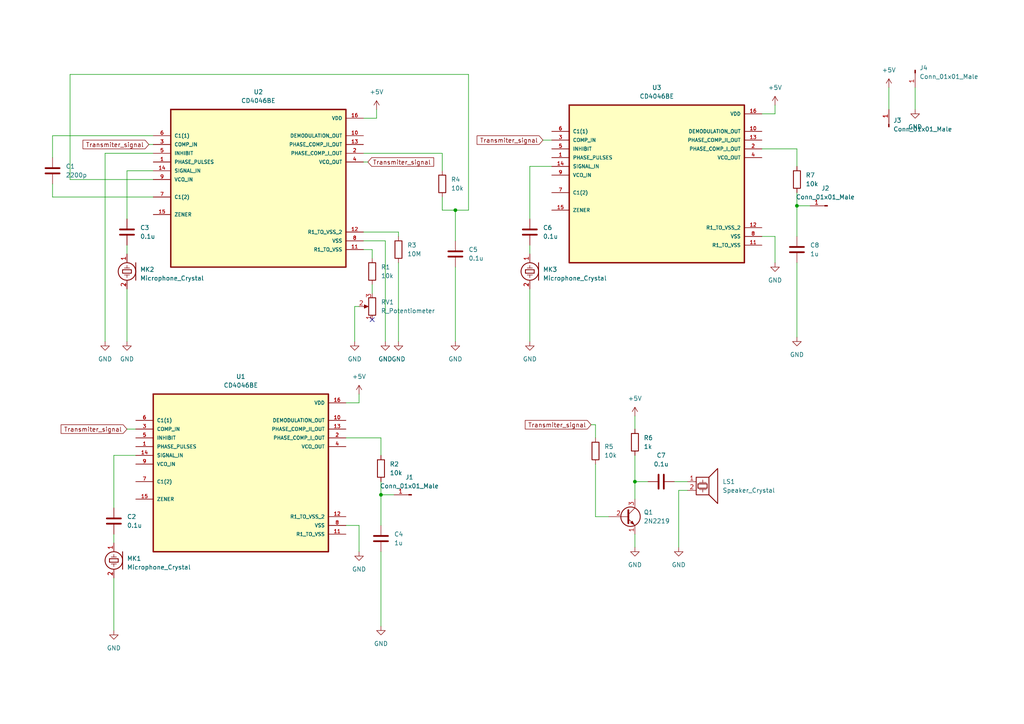
<source format=kicad_sch>
(kicad_sch (version 20211123) (generator eeschema)

  (uuid df0ff596-94a0-478b-94aa-d9e213399c75)

  (paper "A4")

  (lib_symbols
    (symbol "CD4046BE:CD4046BE" (pin_names (offset 1.016)) (in_bom yes) (on_board yes)
      (property "Reference" "U" (id 0) (at -25.4 23.86 0)
        (effects (font (size 1.27 1.27)) (justify left bottom))
      )
      (property "Value" "CD4046BE" (id 1) (at -25.4 -26.86 0)
        (effects (font (size 1.27 1.27)) (justify left bottom))
      )
      (property "Footprint" "DIP794W45P254L1969H508Q16" (id 2) (at 0 0 0)
        (effects (font (size 1.27 1.27)) (justify bottom) hide)
      )
      (property "Datasheet" "" (id 3) (at 0 0 0)
        (effects (font (size 1.27 1.27)) hide)
      )
      (symbol "CD4046BE_0_0"
        (rectangle (start -25.4 -22.86) (end 25.4 22.86)
          (stroke (width 0.41) (type default) (color 0 0 0 0))
          (fill (type background))
        )
        (pin input line (at -30.48 7.62 0) (length 5.08)
          (name "PHASE_PULSES" (effects (font (size 1.016 1.016))))
          (number "1" (effects (font (size 1.016 1.016))))
        )
        (pin output line (at 30.48 15.24 180) (length 5.08)
          (name "DEMODULATION_OUT" (effects (font (size 1.016 1.016))))
          (number "10" (effects (font (size 1.016 1.016))))
        )
        (pin power_in line (at 30.48 -17.78 180) (length 5.08)
          (name "R1_TO_VSS" (effects (font (size 1.016 1.016))))
          (number "11" (effects (font (size 1.016 1.016))))
        )
        (pin power_in line (at 30.48 -12.7 180) (length 5.08)
          (name "R1_TO_VSS_2" (effects (font (size 1.016 1.016))))
          (number "12" (effects (font (size 1.016 1.016))))
        )
        (pin output line (at 30.48 12.7 180) (length 5.08)
          (name "PHASE_COMP_II_OUT" (effects (font (size 1.016 1.016))))
          (number "13" (effects (font (size 1.016 1.016))))
        )
        (pin input line (at -30.48 5.08 0) (length 5.08)
          (name "SIGNAL_IN" (effects (font (size 1.016 1.016))))
          (number "14" (effects (font (size 1.016 1.016))))
        )
        (pin bidirectional line (at -30.48 -7.62 0) (length 5.08)
          (name "ZENER" (effects (font (size 1.016 1.016))))
          (number "15" (effects (font (size 1.016 1.016))))
        )
        (pin power_in line (at 30.48 20.32 180) (length 5.08)
          (name "VDD" (effects (font (size 1.016 1.016))))
          (number "16" (effects (font (size 1.016 1.016))))
        )
        (pin output line (at 30.48 10.16 180) (length 5.08)
          (name "PHASE_COMP_I_OUT" (effects (font (size 1.016 1.016))))
          (number "2" (effects (font (size 1.016 1.016))))
        )
        (pin input line (at -30.48 12.7 0) (length 5.08)
          (name "COMP_IN" (effects (font (size 1.016 1.016))))
          (number "3" (effects (font (size 1.016 1.016))))
        )
        (pin output line (at 30.48 7.62 180) (length 5.08)
          (name "VCO_OUT" (effects (font (size 1.016 1.016))))
          (number "4" (effects (font (size 1.016 1.016))))
        )
        (pin input line (at -30.48 10.16 0) (length 5.08)
          (name "INHIBIT" (effects (font (size 1.016 1.016))))
          (number "5" (effects (font (size 1.016 1.016))))
        )
        (pin input line (at -30.48 15.24 0) (length 5.08)
          (name "C1(1)" (effects (font (size 1.016 1.016))))
          (number "6" (effects (font (size 1.016 1.016))))
        )
        (pin bidirectional line (at -30.48 -2.54 0) (length 5.08)
          (name "C1(2)" (effects (font (size 1.016 1.016))))
          (number "7" (effects (font (size 1.016 1.016))))
        )
        (pin power_in line (at 30.48 -15.24 180) (length 5.08)
          (name "VSS" (effects (font (size 1.016 1.016))))
          (number "8" (effects (font (size 1.016 1.016))))
        )
        (pin input line (at -30.48 2.54 0) (length 5.08)
          (name "VCO_IN" (effects (font (size 1.016 1.016))))
          (number "9" (effects (font (size 1.016 1.016))))
        )
      )
    )
    (symbol "Connector:Conn_01x01_Male" (pin_names (offset 1.016) hide) (in_bom yes) (on_board yes)
      (property "Reference" "J" (id 0) (at 0 2.54 0)
        (effects (font (size 1.27 1.27)))
      )
      (property "Value" "Conn_01x01_Male" (id 1) (at 0 -2.54 0)
        (effects (font (size 1.27 1.27)))
      )
      (property "Footprint" "" (id 2) (at 0 0 0)
        (effects (font (size 1.27 1.27)) hide)
      )
      (property "Datasheet" "~" (id 3) (at 0 0 0)
        (effects (font (size 1.27 1.27)) hide)
      )
      (property "ki_keywords" "connector" (id 4) (at 0 0 0)
        (effects (font (size 1.27 1.27)) hide)
      )
      (property "ki_description" "Generic connector, single row, 01x01, script generated (kicad-library-utils/schlib/autogen/connector/)" (id 5) (at 0 0 0)
        (effects (font (size 1.27 1.27)) hide)
      )
      (property "ki_fp_filters" "Connector*:*" (id 6) (at 0 0 0)
        (effects (font (size 1.27 1.27)) hide)
      )
      (symbol "Conn_01x01_Male_1_1"
        (polyline
          (pts
            (xy 1.27 0)
            (xy 0.8636 0)
          )
          (stroke (width 0.1524) (type default) (color 0 0 0 0))
          (fill (type none))
        )
        (rectangle (start 0.8636 0.127) (end 0 -0.127)
          (stroke (width 0.1524) (type default) (color 0 0 0 0))
          (fill (type outline))
        )
        (pin passive line (at 5.08 0 180) (length 3.81)
          (name "Pin_1" (effects (font (size 1.27 1.27))))
          (number "1" (effects (font (size 1.27 1.27))))
        )
      )
    )
    (symbol "Device:C" (pin_numbers hide) (pin_names (offset 0.254)) (in_bom yes) (on_board yes)
      (property "Reference" "C" (id 0) (at 0.635 2.54 0)
        (effects (font (size 1.27 1.27)) (justify left))
      )
      (property "Value" "C" (id 1) (at 0.635 -2.54 0)
        (effects (font (size 1.27 1.27)) (justify left))
      )
      (property "Footprint" "" (id 2) (at 0.9652 -3.81 0)
        (effects (font (size 1.27 1.27)) hide)
      )
      (property "Datasheet" "~" (id 3) (at 0 0 0)
        (effects (font (size 1.27 1.27)) hide)
      )
      (property "ki_keywords" "cap capacitor" (id 4) (at 0 0 0)
        (effects (font (size 1.27 1.27)) hide)
      )
      (property "ki_description" "Unpolarized capacitor" (id 5) (at 0 0 0)
        (effects (font (size 1.27 1.27)) hide)
      )
      (property "ki_fp_filters" "C_*" (id 6) (at 0 0 0)
        (effects (font (size 1.27 1.27)) hide)
      )
      (symbol "C_0_1"
        (polyline
          (pts
            (xy -2.032 -0.762)
            (xy 2.032 -0.762)
          )
          (stroke (width 0.508) (type default) (color 0 0 0 0))
          (fill (type none))
        )
        (polyline
          (pts
            (xy -2.032 0.762)
            (xy 2.032 0.762)
          )
          (stroke (width 0.508) (type default) (color 0 0 0 0))
          (fill (type none))
        )
      )
      (symbol "C_1_1"
        (pin passive line (at 0 3.81 270) (length 2.794)
          (name "~" (effects (font (size 1.27 1.27))))
          (number "1" (effects (font (size 1.27 1.27))))
        )
        (pin passive line (at 0 -3.81 90) (length 2.794)
          (name "~" (effects (font (size 1.27 1.27))))
          (number "2" (effects (font (size 1.27 1.27))))
        )
      )
    )
    (symbol "Device:Microphone_Crystal" (pin_names (offset 0.0254) hide) (in_bom yes) (on_board yes)
      (property "Reference" "MK" (id 0) (at -3.81 1.143 0)
        (effects (font (size 1.27 1.27)) (justify right))
      )
      (property "Value" "Microphone_Crystal" (id 1) (at -3.81 -0.762 0)
        (effects (font (size 1.27 1.27)) (justify right))
      )
      (property "Footprint" "" (id 2) (at 1.27 -1.778 90)
        (effects (font (size 1.27 1.27)) (justify left) hide)
      )
      (property "Datasheet" "~" (id 3) (at 0 2.54 90)
        (effects (font (size 1.27 1.27)) hide)
      )
      (property "ki_keywords" "microphone crystal" (id 4) (at 0 0 0)
        (effects (font (size 1.27 1.27)) hide)
      )
      (property "ki_description" "Crystal microphone" (id 5) (at 0 0 0)
        (effects (font (size 1.27 1.27)) hide)
      )
      (symbol "Microphone_Crystal_0_1"
        (rectangle (start -1.27 0.508) (end 1.27 -0.508)
          (stroke (width 0.254) (type default) (color 0 0 0 0))
          (fill (type none))
        )
        (polyline
          (pts
            (xy -2.54 2.54)
            (xy -2.54 -2.54)
          )
          (stroke (width 0.254) (type default) (color 0 0 0 0))
          (fill (type none))
        )
        (polyline
          (pts
            (xy -0.762 -1.016)
            (xy 0.762 -1.016)
          )
          (stroke (width 0) (type default) (color 0 0 0 0))
          (fill (type none))
        )
        (polyline
          (pts
            (xy -0.762 1.016)
            (xy 0.762 1.016)
          )
          (stroke (width 0) (type default) (color 0 0 0 0))
          (fill (type none))
        )
        (polyline
          (pts
            (xy 0 -1.016)
            (xy 0 -1.778)
          )
          (stroke (width 0) (type default) (color 0 0 0 0))
          (fill (type none))
        )
        (polyline
          (pts
            (xy 0 1.016)
            (xy 0 1.778)
          )
          (stroke (width 0) (type default) (color 0 0 0 0))
          (fill (type none))
        )
        (polyline
          (pts
            (xy 0.254 3.81)
            (xy 0.762 3.81)
          )
          (stroke (width 0) (type default) (color 0 0 0 0))
          (fill (type none))
        )
        (polyline
          (pts
            (xy 0.508 4.064)
            (xy 0.508 3.556)
          )
          (stroke (width 0) (type default) (color 0 0 0 0))
          (fill (type none))
        )
        (circle (center 0 0) (radius 2.54)
          (stroke (width 0.254) (type default) (color 0 0 0 0))
          (fill (type none))
        )
      )
      (symbol "Microphone_Crystal_1_1"
        (pin passive line (at 0 -5.08 90) (length 2.54)
          (name "-" (effects (font (size 1.27 1.27))))
          (number "1" (effects (font (size 1.27 1.27))))
        )
        (pin passive line (at 0 5.08 270) (length 2.54)
          (name "+" (effects (font (size 1.27 1.27))))
          (number "2" (effects (font (size 1.27 1.27))))
        )
      )
    )
    (symbol "Device:R" (pin_numbers hide) (pin_names (offset 0)) (in_bom yes) (on_board yes)
      (property "Reference" "R" (id 0) (at 2.032 0 90)
        (effects (font (size 1.27 1.27)))
      )
      (property "Value" "R" (id 1) (at 0 0 90)
        (effects (font (size 1.27 1.27)))
      )
      (property "Footprint" "" (id 2) (at -1.778 0 90)
        (effects (font (size 1.27 1.27)) hide)
      )
      (property "Datasheet" "~" (id 3) (at 0 0 0)
        (effects (font (size 1.27 1.27)) hide)
      )
      (property "ki_keywords" "R res resistor" (id 4) (at 0 0 0)
        (effects (font (size 1.27 1.27)) hide)
      )
      (property "ki_description" "Resistor" (id 5) (at 0 0 0)
        (effects (font (size 1.27 1.27)) hide)
      )
      (property "ki_fp_filters" "R_*" (id 6) (at 0 0 0)
        (effects (font (size 1.27 1.27)) hide)
      )
      (symbol "R_0_1"
        (rectangle (start -1.016 -2.54) (end 1.016 2.54)
          (stroke (width 0.254) (type default) (color 0 0 0 0))
          (fill (type none))
        )
      )
      (symbol "R_1_1"
        (pin passive line (at 0 3.81 270) (length 1.27)
          (name "~" (effects (font (size 1.27 1.27))))
          (number "1" (effects (font (size 1.27 1.27))))
        )
        (pin passive line (at 0 -3.81 90) (length 1.27)
          (name "~" (effects (font (size 1.27 1.27))))
          (number "2" (effects (font (size 1.27 1.27))))
        )
      )
    )
    (symbol "Device:R_Potentiometer" (pin_names (offset 1.016) hide) (in_bom yes) (on_board yes)
      (property "Reference" "RV" (id 0) (at -4.445 0 90)
        (effects (font (size 1.27 1.27)))
      )
      (property "Value" "R_Potentiometer" (id 1) (at -2.54 0 90)
        (effects (font (size 1.27 1.27)))
      )
      (property "Footprint" "" (id 2) (at 0 0 0)
        (effects (font (size 1.27 1.27)) hide)
      )
      (property "Datasheet" "~" (id 3) (at 0 0 0)
        (effects (font (size 1.27 1.27)) hide)
      )
      (property "ki_keywords" "resistor variable" (id 4) (at 0 0 0)
        (effects (font (size 1.27 1.27)) hide)
      )
      (property "ki_description" "Potentiometer" (id 5) (at 0 0 0)
        (effects (font (size 1.27 1.27)) hide)
      )
      (property "ki_fp_filters" "Potentiometer*" (id 6) (at 0 0 0)
        (effects (font (size 1.27 1.27)) hide)
      )
      (symbol "R_Potentiometer_0_1"
        (polyline
          (pts
            (xy 2.54 0)
            (xy 1.524 0)
          )
          (stroke (width 0) (type default) (color 0 0 0 0))
          (fill (type none))
        )
        (polyline
          (pts
            (xy 1.143 0)
            (xy 2.286 0.508)
            (xy 2.286 -0.508)
            (xy 1.143 0)
          )
          (stroke (width 0) (type default) (color 0 0 0 0))
          (fill (type outline))
        )
        (rectangle (start 1.016 2.54) (end -1.016 -2.54)
          (stroke (width 0.254) (type default) (color 0 0 0 0))
          (fill (type none))
        )
      )
      (symbol "R_Potentiometer_1_1"
        (pin passive line (at 0 3.81 270) (length 1.27)
          (name "1" (effects (font (size 1.27 1.27))))
          (number "1" (effects (font (size 1.27 1.27))))
        )
        (pin passive line (at 3.81 0 180) (length 1.27)
          (name "2" (effects (font (size 1.27 1.27))))
          (number "2" (effects (font (size 1.27 1.27))))
        )
        (pin passive line (at 0 -3.81 90) (length 1.27)
          (name "3" (effects (font (size 1.27 1.27))))
          (number "3" (effects (font (size 1.27 1.27))))
        )
      )
    )
    (symbol "Device:Speaker_Crystal" (pin_names (offset 0) hide) (in_bom yes) (on_board yes)
      (property "Reference" "LS" (id 0) (at 0.635 5.715 0)
        (effects (font (size 1.27 1.27)) (justify right))
      )
      (property "Value" "Speaker_Crystal" (id 1) (at 0.635 3.81 0)
        (effects (font (size 1.27 1.27)) (justify right))
      )
      (property "Footprint" "" (id 2) (at -0.889 -1.27 0)
        (effects (font (size 1.27 1.27)) hide)
      )
      (property "Datasheet" "~" (id 3) (at -0.889 -1.27 0)
        (effects (font (size 1.27 1.27)) hide)
      )
      (property "ki_keywords" "crystal speaker ultrasonic transducer" (id 4) (at 0 0 0)
        (effects (font (size 1.27 1.27)) hide)
      )
      (property "ki_description" "Crystal speaker/transducer" (id 5) (at 0 0 0)
        (effects (font (size 1.27 1.27)) hide)
      )
      (symbol "Speaker_Crystal_0_0"
        (rectangle (start -2.54 1.27) (end 1.143 -3.81)
          (stroke (width 0.254) (type default) (color 0 0 0 0))
          (fill (type none))
        )
        (rectangle (start -2.032 -0.635) (end 0.635 -1.905)
          (stroke (width 0.254) (type default) (color 0 0 0 0))
          (fill (type none))
        )
        (polyline
          (pts
            (xy -1.651 -2.286)
            (xy 0.381 -2.286)
          )
          (stroke (width 0) (type default) (color 0 0 0 0))
          (fill (type none))
        )
        (polyline
          (pts
            (xy -1.651 -0.254)
            (xy 0.381 -0.254)
          )
          (stroke (width 0) (type default) (color 0 0 0 0))
          (fill (type none))
        )
        (polyline
          (pts
            (xy -0.635 -2.286)
            (xy -0.635 -3.048)
          )
          (stroke (width 0) (type default) (color 0 0 0 0))
          (fill (type none))
        )
        (polyline
          (pts
            (xy -0.635 -0.254)
            (xy -0.635 0.508)
          )
          (stroke (width 0) (type default) (color 0 0 0 0))
          (fill (type none))
        )
        (polyline
          (pts
            (xy 1.143 1.27)
            (xy 3.683 3.81)
            (xy 3.683 -6.35)
            (xy 1.143 -3.81)
          )
          (stroke (width 0.254) (type default) (color 0 0 0 0))
          (fill (type none))
        )
      )
      (symbol "Speaker_Crystal_1_1"
        (pin input line (at -5.08 0 0) (length 2.54)
          (name "1" (effects (font (size 1.27 1.27))))
          (number "1" (effects (font (size 1.27 1.27))))
        )
        (pin input line (at -5.08 -2.54 0) (length 2.54)
          (name "2" (effects (font (size 1.27 1.27))))
          (number "2" (effects (font (size 1.27 1.27))))
        )
      )
    )
    (symbol "Transistor_BJT:2N2219" (pin_names (offset 0) hide) (in_bom yes) (on_board yes)
      (property "Reference" "Q" (id 0) (at 5.08 1.905 0)
        (effects (font (size 1.27 1.27)) (justify left))
      )
      (property "Value" "2N2219" (id 1) (at 5.08 0 0)
        (effects (font (size 1.27 1.27)) (justify left))
      )
      (property "Footprint" "Package_TO_SOT_THT:TO-39-3" (id 2) (at 5.08 -1.905 0)
        (effects (font (size 1.27 1.27) italic) (justify left) hide)
      )
      (property "Datasheet" "http://www.onsemi.com/pub_link/Collateral/2N2219-D.PDF" (id 3) (at 0 0 0)
        (effects (font (size 1.27 1.27)) (justify left) hide)
      )
      (property "ki_keywords" "NPN Transistor" (id 4) (at 0 0 0)
        (effects (font (size 1.27 1.27)) hide)
      )
      (property "ki_description" "800mA Ic, 50V Vce, NPN Transistor, TO-39" (id 5) (at 0 0 0)
        (effects (font (size 1.27 1.27)) hide)
      )
      (property "ki_fp_filters" "TO?39*" (id 6) (at 0 0 0)
        (effects (font (size 1.27 1.27)) hide)
      )
      (symbol "2N2219_0_1"
        (polyline
          (pts
            (xy 0.635 0.635)
            (xy 2.54 2.54)
          )
          (stroke (width 0) (type default) (color 0 0 0 0))
          (fill (type none))
        )
        (polyline
          (pts
            (xy 0.635 -0.635)
            (xy 2.54 -2.54)
            (xy 2.54 -2.54)
          )
          (stroke (width 0) (type default) (color 0 0 0 0))
          (fill (type none))
        )
        (polyline
          (pts
            (xy 0.635 1.905)
            (xy 0.635 -1.905)
            (xy 0.635 -1.905)
          )
          (stroke (width 0.508) (type default) (color 0 0 0 0))
          (fill (type none))
        )
        (polyline
          (pts
            (xy 1.27 -1.778)
            (xy 1.778 -1.27)
            (xy 2.286 -2.286)
            (xy 1.27 -1.778)
            (xy 1.27 -1.778)
          )
          (stroke (width 0) (type default) (color 0 0 0 0))
          (fill (type outline))
        )
        (circle (center 1.27 0) (radius 2.8194)
          (stroke (width 0.254) (type default) (color 0 0 0 0))
          (fill (type none))
        )
      )
      (symbol "2N2219_1_1"
        (pin passive line (at 2.54 -5.08 90) (length 2.54)
          (name "E" (effects (font (size 1.27 1.27))))
          (number "1" (effects (font (size 1.27 1.27))))
        )
        (pin passive line (at -5.08 0 0) (length 5.715)
          (name "B" (effects (font (size 1.27 1.27))))
          (number "2" (effects (font (size 1.27 1.27))))
        )
        (pin passive line (at 2.54 5.08 270) (length 2.54)
          (name "C" (effects (font (size 1.27 1.27))))
          (number "3" (effects (font (size 1.27 1.27))))
        )
      )
    )
    (symbol "power:+5V" (power) (pin_names (offset 0)) (in_bom yes) (on_board yes)
      (property "Reference" "#PWR" (id 0) (at 0 -3.81 0)
        (effects (font (size 1.27 1.27)) hide)
      )
      (property "Value" "+5V" (id 1) (at 0 3.556 0)
        (effects (font (size 1.27 1.27)))
      )
      (property "Footprint" "" (id 2) (at 0 0 0)
        (effects (font (size 1.27 1.27)) hide)
      )
      (property "Datasheet" "" (id 3) (at 0 0 0)
        (effects (font (size 1.27 1.27)) hide)
      )
      (property "ki_keywords" "power-flag" (id 4) (at 0 0 0)
        (effects (font (size 1.27 1.27)) hide)
      )
      (property "ki_description" "Power symbol creates a global label with name \"+5V\"" (id 5) (at 0 0 0)
        (effects (font (size 1.27 1.27)) hide)
      )
      (symbol "+5V_0_1"
        (polyline
          (pts
            (xy -0.762 1.27)
            (xy 0 2.54)
          )
          (stroke (width 0) (type default) (color 0 0 0 0))
          (fill (type none))
        )
        (polyline
          (pts
            (xy 0 0)
            (xy 0 2.54)
          )
          (stroke (width 0) (type default) (color 0 0 0 0))
          (fill (type none))
        )
        (polyline
          (pts
            (xy 0 2.54)
            (xy 0.762 1.27)
          )
          (stroke (width 0) (type default) (color 0 0 0 0))
          (fill (type none))
        )
      )
      (symbol "+5V_1_1"
        (pin power_in line (at 0 0 90) (length 0) hide
          (name "+5V" (effects (font (size 1.27 1.27))))
          (number "1" (effects (font (size 1.27 1.27))))
        )
      )
    )
    (symbol "power:GND" (power) (pin_names (offset 0)) (in_bom yes) (on_board yes)
      (property "Reference" "#PWR" (id 0) (at 0 -6.35 0)
        (effects (font (size 1.27 1.27)) hide)
      )
      (property "Value" "GND" (id 1) (at 0 -3.81 0)
        (effects (font (size 1.27 1.27)))
      )
      (property "Footprint" "" (id 2) (at 0 0 0)
        (effects (font (size 1.27 1.27)) hide)
      )
      (property "Datasheet" "" (id 3) (at 0 0 0)
        (effects (font (size 1.27 1.27)) hide)
      )
      (property "ki_keywords" "power-flag" (id 4) (at 0 0 0)
        (effects (font (size 1.27 1.27)) hide)
      )
      (property "ki_description" "Power symbol creates a global label with name \"GND\" , ground" (id 5) (at 0 0 0)
        (effects (font (size 1.27 1.27)) hide)
      )
      (symbol "GND_0_1"
        (polyline
          (pts
            (xy 0 0)
            (xy 0 -1.27)
            (xy 1.27 -1.27)
            (xy 0 -2.54)
            (xy -1.27 -1.27)
            (xy 0 -1.27)
          )
          (stroke (width 0) (type default) (color 0 0 0 0))
          (fill (type none))
        )
      )
      (symbol "GND_1_1"
        (pin power_in line (at 0 0 270) (length 0) hide
          (name "GND" (effects (font (size 1.27 1.27))))
          (number "1" (effects (font (size 1.27 1.27))))
        )
      )
    )
  )

  (junction (at 132.08 60.96) (diameter 0) (color 0 0 0 0)
    (uuid 229e9455-9a19-43e9-bb2a-9dbda6ee93c8)
  )
  (junction (at 110.49 143.51) (diameter 0) (color 0 0 0 0)
    (uuid 28a33e58-8749-4bbd-ad94-c3bc8843afe8)
  )
  (junction (at 231.14 59.69) (diameter 0) (color 0 0 0 0)
    (uuid a1c169f5-bedf-4cfa-9972-b1120a5dd5ce)
  )
  (junction (at 184.15 139.7) (diameter 0) (color 0 0 0 0)
    (uuid a33f4d7e-298f-4fc9-9e58-2429e11169a8)
  )

  (no_connect (at 107.95 92.71) (uuid 02ade30f-a04f-4269-8fa4-8da9d9ad1266))

  (wire (pts (xy 132.08 77.47) (xy 132.08 99.06))
    (stroke (width 0) (type default) (color 0 0 0 0))
    (uuid 06abda88-29c9-42a0-842d-0f1c3c79a0e5)
  )
  (wire (pts (xy 195.58 139.7) (xy 199.39 139.7))
    (stroke (width 0) (type default) (color 0 0 0 0))
    (uuid 0860af7a-cdf7-4948-919d-db41c403a122)
  )
  (wire (pts (xy 110.49 127) (xy 110.49 132.08))
    (stroke (width 0) (type default) (color 0 0 0 0))
    (uuid 0fbabb75-734a-45da-94da-b82dbd5a99d4)
  )
  (wire (pts (xy 231.14 43.18) (xy 231.14 48.26))
    (stroke (width 0) (type default) (color 0 0 0 0))
    (uuid 12cfdbcf-e5f5-42e1-8117-dede647ee318)
  )
  (wire (pts (xy 33.02 132.08) (xy 33.02 147.32))
    (stroke (width 0) (type default) (color 0 0 0 0))
    (uuid 135dd697-25da-4ca6-bc9c-9c832605c3c8)
  )
  (wire (pts (xy 196.85 142.24) (xy 196.85 158.75))
    (stroke (width 0) (type default) (color 0 0 0 0))
    (uuid 17c48ffa-b1a8-49b8-aed3-6a5b3cfc89f7)
  )
  (wire (pts (xy 30.48 44.45) (xy 30.48 99.06))
    (stroke (width 0) (type default) (color 0 0 0 0))
    (uuid 1c042385-dc05-433b-94c2-733657db9d57)
  )
  (wire (pts (xy 39.37 132.08) (xy 33.02 132.08))
    (stroke (width 0) (type default) (color 0 0 0 0))
    (uuid 1eb93457-90d6-4046-bff0-9719052359f3)
  )
  (wire (pts (xy 184.15 139.7) (xy 184.15 144.78))
    (stroke (width 0) (type default) (color 0 0 0 0))
    (uuid 21b97fdb-cf34-4909-a0ca-f37a97a6d622)
  )
  (wire (pts (xy 153.67 83.82) (xy 153.67 99.06))
    (stroke (width 0) (type default) (color 0 0 0 0))
    (uuid 2272aec0-99b5-4580-86d7-57ce6cf2db24)
  )
  (wire (pts (xy 153.67 48.26) (xy 153.67 63.5))
    (stroke (width 0) (type default) (color 0 0 0 0))
    (uuid 2a4a7cf8-5594-478c-a6eb-b4fa67bbb093)
  )
  (wire (pts (xy 15.24 57.15) (xy 44.45 57.15))
    (stroke (width 0) (type default) (color 0 0 0 0))
    (uuid 2e578288-e92e-4f87-bf4f-b876cd37e1f0)
  )
  (wire (pts (xy 115.57 67.31) (xy 115.57 68.58))
    (stroke (width 0) (type default) (color 0 0 0 0))
    (uuid 2f5edea9-dc02-41cf-ab00-9d0526ff068f)
  )
  (wire (pts (xy 220.98 43.18) (xy 231.14 43.18))
    (stroke (width 0) (type default) (color 0 0 0 0))
    (uuid 30733a3a-246d-47e4-be80-cf5f359350ec)
  )
  (wire (pts (xy 231.14 76.2) (xy 231.14 97.79))
    (stroke (width 0) (type default) (color 0 0 0 0))
    (uuid 316db156-825e-4076-b448-a62bfc13ce76)
  )
  (wire (pts (xy 184.15 154.94) (xy 184.15 158.75))
    (stroke (width 0) (type default) (color 0 0 0 0))
    (uuid 432a45d0-56ca-4df5-bfe0-31c5db1d14d7)
  )
  (wire (pts (xy 20.32 21.59) (xy 135.89 21.59))
    (stroke (width 0) (type default) (color 0 0 0 0))
    (uuid 47182242-4224-4b81-bd2f-e4e22525e127)
  )
  (wire (pts (xy 105.41 46.99) (xy 106.68 46.99))
    (stroke (width 0) (type default) (color 0 0 0 0))
    (uuid 4ccfc179-0441-4096-8ca2-7d15a5c40117)
  )
  (wire (pts (xy 100.33 127) (xy 110.49 127))
    (stroke (width 0) (type default) (color 0 0 0 0))
    (uuid 4f3239ea-9724-413a-9e33-b92b9857bd03)
  )
  (wire (pts (xy 128.27 44.45) (xy 128.27 49.53))
    (stroke (width 0) (type default) (color 0 0 0 0))
    (uuid 5178380c-5762-4e9d-a63e-36eae9660e34)
  )
  (wire (pts (xy 265.43 25.4) (xy 265.43 31.75))
    (stroke (width 0) (type default) (color 0 0 0 0))
    (uuid 57a1236e-c956-4038-833f-478a282a1999)
  )
  (wire (pts (xy 220.98 68.58) (xy 224.79 68.58))
    (stroke (width 0) (type default) (color 0 0 0 0))
    (uuid 5845f328-ef11-47db-9bfd-2e2efb847a3b)
  )
  (wire (pts (xy 20.32 52.07) (xy 44.45 52.07))
    (stroke (width 0) (type default) (color 0 0 0 0))
    (uuid 5b556155-a569-4173-bd66-ac05a4109b25)
  )
  (wire (pts (xy 224.79 68.58) (xy 224.79 76.2))
    (stroke (width 0) (type default) (color 0 0 0 0))
    (uuid 5b75545d-e57e-4a75-b2ee-59ecc93151f4)
  )
  (wire (pts (xy 102.87 88.9) (xy 102.87 99.06))
    (stroke (width 0) (type default) (color 0 0 0 0))
    (uuid 5cce602b-c38d-45d6-92f6-1c6dc6c1e365)
  )
  (wire (pts (xy 105.41 67.31) (xy 115.57 67.31))
    (stroke (width 0) (type default) (color 0 0 0 0))
    (uuid 5ea84aed-67c8-4f82-9536-07e14eb49cd9)
  )
  (wire (pts (xy 160.02 48.26) (xy 153.67 48.26))
    (stroke (width 0) (type default) (color 0 0 0 0))
    (uuid 625c4496-3d69-4b53-a07a-dace396b5fb9)
  )
  (wire (pts (xy 104.14 116.84) (xy 104.14 114.3))
    (stroke (width 0) (type default) (color 0 0 0 0))
    (uuid 64fae1da-4093-435f-a7d7-31a3b611aa7d)
  )
  (wire (pts (xy 172.72 134.62) (xy 172.72 149.86))
    (stroke (width 0) (type default) (color 0 0 0 0))
    (uuid 65153eaa-249a-486c-beba-65a0721a9ec3)
  )
  (wire (pts (xy 172.72 123.19) (xy 172.72 127))
    (stroke (width 0) (type default) (color 0 0 0 0))
    (uuid 6573ecda-be74-4537-a353-f5b511653909)
  )
  (wire (pts (xy 171.45 123.19) (xy 172.72 123.19))
    (stroke (width 0) (type default) (color 0 0 0 0))
    (uuid 66b98324-1fce-46ce-867c-a6e08b92c035)
  )
  (wire (pts (xy 100.33 152.4) (xy 104.14 152.4))
    (stroke (width 0) (type default) (color 0 0 0 0))
    (uuid 690d82ad-ad63-4219-b355-fe1ddf49b489)
  )
  (wire (pts (xy 110.49 143.51) (xy 110.49 139.7))
    (stroke (width 0) (type default) (color 0 0 0 0))
    (uuid 6a60e03e-7068-49c7-acde-718010939671)
  )
  (wire (pts (xy 104.14 88.9) (xy 102.87 88.9))
    (stroke (width 0) (type default) (color 0 0 0 0))
    (uuid 6c5370cd-876b-43c6-9a81-799e631f4eea)
  )
  (wire (pts (xy 231.14 59.69) (xy 231.14 68.58))
    (stroke (width 0) (type default) (color 0 0 0 0))
    (uuid 7350572b-ef33-4e49-8ff3-a474b86982aa)
  )
  (wire (pts (xy 157.48 40.64) (xy 160.02 40.64))
    (stroke (width 0) (type default) (color 0 0 0 0))
    (uuid 75e5fc9c-35b2-441b-92a0-1d2213e5be29)
  )
  (wire (pts (xy 109.22 34.29) (xy 109.22 31.75))
    (stroke (width 0) (type default) (color 0 0 0 0))
    (uuid 76598734-4108-4978-9259-f21100088757)
  )
  (wire (pts (xy 36.83 124.46) (xy 39.37 124.46))
    (stroke (width 0) (type default) (color 0 0 0 0))
    (uuid 79416ae0-79fe-4e3c-bcc6-1d0e3417b27f)
  )
  (wire (pts (xy 115.57 76.2) (xy 115.57 99.06))
    (stroke (width 0) (type default) (color 0 0 0 0))
    (uuid 7b50799f-a550-4784-9837-616c44ca78ce)
  )
  (wire (pts (xy 15.24 53.34) (xy 15.24 57.15))
    (stroke (width 0) (type default) (color 0 0 0 0))
    (uuid 7ea955f2-ac68-47ba-8a7a-2299b8ee23c2)
  )
  (wire (pts (xy 44.45 49.53) (xy 36.83 49.53))
    (stroke (width 0) (type default) (color 0 0 0 0))
    (uuid 7ec3db9d-9f42-40bf-add6-48d2483733ed)
  )
  (wire (pts (xy 105.41 72.39) (xy 107.95 72.39))
    (stroke (width 0) (type default) (color 0 0 0 0))
    (uuid 8273c12a-159e-4f42-b4a2-04a5fc3d020b)
  )
  (wire (pts (xy 128.27 60.96) (xy 128.27 57.15))
    (stroke (width 0) (type default) (color 0 0 0 0))
    (uuid 83a15083-bd5b-44ed-9224-e47483b7fbbc)
  )
  (wire (pts (xy 184.15 132.08) (xy 184.15 139.7))
    (stroke (width 0) (type default) (color 0 0 0 0))
    (uuid 883b74f1-a81a-4486-a1e0-6cfffe5d87f2)
  )
  (wire (pts (xy 231.14 59.69) (xy 234.95 59.69))
    (stroke (width 0) (type default) (color 0 0 0 0))
    (uuid 921b7c08-c94d-42bb-861f-b44f829a40d8)
  )
  (wire (pts (xy 220.98 33.02) (xy 224.79 33.02))
    (stroke (width 0) (type default) (color 0 0 0 0))
    (uuid 9742d4aa-4bd0-486d-8658-78343bde0dcd)
  )
  (wire (pts (xy 36.83 49.53) (xy 36.83 63.5))
    (stroke (width 0) (type default) (color 0 0 0 0))
    (uuid 98d55863-d41b-4910-8e13-e40c2c982d9e)
  )
  (wire (pts (xy 105.41 69.85) (xy 111.76 69.85))
    (stroke (width 0) (type default) (color 0 0 0 0))
    (uuid 998e931a-b0bc-46ab-9841-afe10d2a3cb9)
  )
  (wire (pts (xy 172.72 149.86) (xy 176.53 149.86))
    (stroke (width 0) (type default) (color 0 0 0 0))
    (uuid 9c161dab-7183-4f11-9184-cd87747ddd16)
  )
  (wire (pts (xy 36.83 83.82) (xy 36.83 99.06))
    (stroke (width 0) (type default) (color 0 0 0 0))
    (uuid 9c4582e1-1f7b-4d54-a00b-7eddbf341274)
  )
  (wire (pts (xy 107.95 72.39) (xy 107.95 74.93))
    (stroke (width 0) (type default) (color 0 0 0 0))
    (uuid 9d6278d2-69c1-454e-aae9-d2581ab0539c)
  )
  (wire (pts (xy 107.95 82.55) (xy 107.95 85.09))
    (stroke (width 0) (type default) (color 0 0 0 0))
    (uuid 9e49f2aa-1a3a-41e4-bb38-a4e33a12008a)
  )
  (wire (pts (xy 110.49 160.02) (xy 110.49 181.61))
    (stroke (width 0) (type default) (color 0 0 0 0))
    (uuid 9eba2a61-9587-4ac0-a42b-5a837269da61)
  )
  (wire (pts (xy 224.79 33.02) (xy 224.79 30.48))
    (stroke (width 0) (type default) (color 0 0 0 0))
    (uuid a01cf941-2298-49a3-ac7c-4a8114919b19)
  )
  (wire (pts (xy 20.32 21.59) (xy 20.32 52.07))
    (stroke (width 0) (type default) (color 0 0 0 0))
    (uuid a3fe346f-aba9-4e3a-83c8-1ec798f38dfe)
  )
  (wire (pts (xy 105.41 34.29) (xy 109.22 34.29))
    (stroke (width 0) (type default) (color 0 0 0 0))
    (uuid a6870d52-8476-47c9-9e8b-e90eab8913a3)
  )
  (wire (pts (xy 44.45 39.37) (xy 15.24 39.37))
    (stroke (width 0) (type default) (color 0 0 0 0))
    (uuid ad39fa6d-9b1d-4118-b3ac-ba5125824334)
  )
  (wire (pts (xy 184.15 120.65) (xy 184.15 124.46))
    (stroke (width 0) (type default) (color 0 0 0 0))
    (uuid ad3d4ebf-aabe-4324-b9e8-88afc04905ea)
  )
  (wire (pts (xy 128.27 60.96) (xy 132.08 60.96))
    (stroke (width 0) (type default) (color 0 0 0 0))
    (uuid ad41de4d-0e9a-4052-8e53-f395e9bebaca)
  )
  (wire (pts (xy 132.08 60.96) (xy 135.89 60.96))
    (stroke (width 0) (type default) (color 0 0 0 0))
    (uuid aecf3dd9-fb05-4fb0-86d4-b20b59963e8c)
  )
  (wire (pts (xy 43.18 41.91) (xy 44.45 41.91))
    (stroke (width 0) (type default) (color 0 0 0 0))
    (uuid b191f694-05e1-457e-9a56-b843a18a97d0)
  )
  (wire (pts (xy 36.83 71.12) (xy 36.83 73.66))
    (stroke (width 0) (type default) (color 0 0 0 0))
    (uuid b43c7b01-68e1-4041-a509-07b03a989b0c)
  )
  (wire (pts (xy 135.89 21.59) (xy 135.89 60.96))
    (stroke (width 0) (type default) (color 0 0 0 0))
    (uuid b69b12a5-77fd-4407-80d4-48a7d94133dd)
  )
  (wire (pts (xy 105.41 44.45) (xy 128.27 44.45))
    (stroke (width 0) (type default) (color 0 0 0 0))
    (uuid b88949d4-95c3-421f-807e-974d85ebfb9e)
  )
  (wire (pts (xy 110.49 143.51) (xy 114.3 143.51))
    (stroke (width 0) (type default) (color 0 0 0 0))
    (uuid bb56be6f-4f3a-4c18-8001-40a421ff6c4d)
  )
  (wire (pts (xy 132.08 60.96) (xy 132.08 69.85))
    (stroke (width 0) (type default) (color 0 0 0 0))
    (uuid bdc218d1-a193-4a02-9336-bf3e7d050b1f)
  )
  (wire (pts (xy 44.45 44.45) (xy 30.48 44.45))
    (stroke (width 0) (type default) (color 0 0 0 0))
    (uuid c63fd631-3453-45c2-a5af-5251b7581e06)
  )
  (wire (pts (xy 199.39 142.24) (xy 196.85 142.24))
    (stroke (width 0) (type default) (color 0 0 0 0))
    (uuid c79a30bb-faad-4505-b458-5a91298de656)
  )
  (wire (pts (xy 257.81 25.4) (xy 257.81 31.75))
    (stroke (width 0) (type default) (color 0 0 0 0))
    (uuid c9705eb4-064b-4fe9-860b-eb567c028773)
  )
  (wire (pts (xy 33.02 154.94) (xy 33.02 157.48))
    (stroke (width 0) (type default) (color 0 0 0 0))
    (uuid c9f9194d-d642-4834-aece-0d49a0e5d671)
  )
  (wire (pts (xy 110.49 143.51) (xy 110.49 152.4))
    (stroke (width 0) (type default) (color 0 0 0 0))
    (uuid d1299cbc-d9ab-41ad-a942-1cd81f6127e5)
  )
  (wire (pts (xy 184.15 139.7) (xy 187.96 139.7))
    (stroke (width 0) (type default) (color 0 0 0 0))
    (uuid d73dcbfa-8723-4753-91ed-beeb32d5e691)
  )
  (wire (pts (xy 153.67 71.12) (xy 153.67 73.66))
    (stroke (width 0) (type default) (color 0 0 0 0))
    (uuid d869ac41-978d-4b8e-a967-6cd90a9be799)
  )
  (wire (pts (xy 100.33 116.84) (xy 104.14 116.84))
    (stroke (width 0) (type default) (color 0 0 0 0))
    (uuid de4be443-2d3c-4143-bc31-8b9c70e129c5)
  )
  (wire (pts (xy 15.24 39.37) (xy 15.24 45.72))
    (stroke (width 0) (type default) (color 0 0 0 0))
    (uuid e4683d53-c63b-4b87-8e4d-ad96f769b78f)
  )
  (wire (pts (xy 104.14 152.4) (xy 104.14 160.02))
    (stroke (width 0) (type default) (color 0 0 0 0))
    (uuid e529b85e-708b-4488-9906-2e2db9bdd014)
  )
  (wire (pts (xy 231.14 59.69) (xy 231.14 55.88))
    (stroke (width 0) (type default) (color 0 0 0 0))
    (uuid f134890a-9dcc-4240-8878-09663007aaa2)
  )
  (wire (pts (xy 33.02 167.64) (xy 33.02 182.88))
    (stroke (width 0) (type default) (color 0 0 0 0))
    (uuid f6b866fe-3039-4788-8d7f-dfa36bb0e49b)
  )
  (wire (pts (xy 111.76 69.85) (xy 111.76 99.06))
    (stroke (width 0) (type default) (color 0 0 0 0))
    (uuid fd4616b0-a5e1-4aca-b66e-3c4d8cb4ce23)
  )

  (global_label "Transmiter_signal" (shape input) (at 43.18 41.91 180) (fields_autoplaced)
    (effects (font (size 1.27 1.27)) (justify right))
    (uuid 4c1af8b1-c8f5-4c8b-bb59-d4e2e7c37ced)
    (property "Intersheet References" "${INTERSHEET_REFS}" (id 0) (at 24.0755 41.9894 0)
      (effects (font (size 1.27 1.27)) (justify right) hide)
    )
  )
  (global_label "Transmiter_signal" (shape input) (at 171.45 123.19 180) (fields_autoplaced)
    (effects (font (size 1.27 1.27)) (justify right))
    (uuid 5f3e15b4-6eb9-4c95-a9ff-c3036e517635)
    (property "Intersheet References" "${INTERSHEET_REFS}" (id 0) (at 152.3455 123.2694 0)
      (effects (font (size 1.27 1.27)) (justify right) hide)
    )
  )
  (global_label "Transmiter_signal" (shape input) (at 106.68 46.99 0) (fields_autoplaced)
    (effects (font (size 1.27 1.27)) (justify left))
    (uuid 6ed893ab-188b-4860-8d08-a036ede0db1e)
    (property "Intersheet References" "${INTERSHEET_REFS}" (id 0) (at 125.7845 46.9106 0)
      (effects (font (size 1.27 1.27)) (justify left) hide)
    )
  )
  (global_label "Transmiter_signal" (shape input) (at 157.48 40.64 180) (fields_autoplaced)
    (effects (font (size 1.27 1.27)) (justify right))
    (uuid a452ed29-3f1f-433a-ad0c-ee0164e5c36e)
    (property "Intersheet References" "${INTERSHEET_REFS}" (id 0) (at 138.3755 40.7194 0)
      (effects (font (size 1.27 1.27)) (justify right) hide)
    )
  )
  (global_label "Transmiter_signal" (shape input) (at 36.83 124.46 180) (fields_autoplaced)
    (effects (font (size 1.27 1.27)) (justify right))
    (uuid dc584a66-cdfd-4408-affe-340d37e61402)
    (property "Intersheet References" "${INTERSHEET_REFS}" (id 0) (at 17.7255 124.5394 0)
      (effects (font (size 1.27 1.27)) (justify right) hide)
    )
  )

  (symbol (lib_id "Device:Microphone_Crystal") (at 33.02 162.56 180) (unit 1)
    (in_bom yes) (on_board yes) (fields_autoplaced)
    (uuid 009141a4-f2f4-4f49-947b-7f2060eba04d)
    (property "Reference" "MK1" (id 0) (at 36.83 161.9884 0)
      (effects (font (size 1.27 1.27)) (justify right))
    )
    (property "Value" "Microphone_Crystal" (id 1) (at 36.83 164.5284 0)
      (effects (font (size 1.27 1.27)) (justify right))
    )
    (property "Footprint" "Connector_PinHeader_2.54mm:PinHeader_1x02_P2.54mm_Vertical" (id 2) (at 31.75 160.782 90)
      (effects (font (size 1.27 1.27)) (justify left) hide)
    )
    (property "Datasheet" "~" (id 3) (at 33.02 165.1 90)
      (effects (font (size 1.27 1.27)) hide)
    )
    (pin "1" (uuid bfb24579-7089-41aa-9d59-344106337fe0))
    (pin "2" (uuid 95549c0a-149b-41fd-9123-af12eeea3b6d))
  )

  (symbol (lib_id "Connector:Conn_01x01_Male") (at 265.43 20.32 270) (unit 1)
    (in_bom yes) (on_board yes) (fields_autoplaced)
    (uuid 017b8f66-94c0-4903-b995-f7d1c35daaf5)
    (property "Reference" "J4" (id 0) (at 266.7 19.6849 90)
      (effects (font (size 1.27 1.27)) (justify left))
    )
    (property "Value" "Conn_01x01_Male" (id 1) (at 266.7 22.2249 90)
      (effects (font (size 1.27 1.27)) (justify left))
    )
    (property "Footprint" "Connector_PinHeader_2.54mm:PinHeader_1x01_P2.54mm_Vertical" (id 2) (at 265.43 20.32 0)
      (effects (font (size 1.27 1.27)) hide)
    )
    (property "Datasheet" "~" (id 3) (at 265.43 20.32 0)
      (effects (font (size 1.27 1.27)) hide)
    )
    (pin "1" (uuid cf722c8c-c6c5-4332-86e6-74e55abd1242))
  )

  (symbol (lib_id "Device:C") (at 153.67 67.31 0) (unit 1)
    (in_bom yes) (on_board yes) (fields_autoplaced)
    (uuid 09ac9090-0382-4dfe-8fd2-15d853044c8a)
    (property "Reference" "C6" (id 0) (at 157.48 66.0399 0)
      (effects (font (size 1.27 1.27)) (justify left))
    )
    (property "Value" "0.1u" (id 1) (at 157.48 68.5799 0)
      (effects (font (size 1.27 1.27)) (justify left))
    )
    (property "Footprint" "Capacitor_SMD:C_0805_2012Metric" (id 2) (at 154.6352 71.12 0)
      (effects (font (size 1.27 1.27)) hide)
    )
    (property "Datasheet" "~" (id 3) (at 153.67 67.31 0)
      (effects (font (size 1.27 1.27)) hide)
    )
    (pin "1" (uuid 0c78ddec-ac82-47e0-8087-7beec055a1c1))
    (pin "2" (uuid b462508a-579a-44d2-900a-32e63fbb064b))
  )

  (symbol (lib_id "Device:C") (at 110.49 156.21 0) (unit 1)
    (in_bom yes) (on_board yes) (fields_autoplaced)
    (uuid 123ca8da-2f65-4394-8c83-71db73c16835)
    (property "Reference" "C4" (id 0) (at 114.3 154.9399 0)
      (effects (font (size 1.27 1.27)) (justify left))
    )
    (property "Value" "1u" (id 1) (at 114.3 157.4799 0)
      (effects (font (size 1.27 1.27)) (justify left))
    )
    (property "Footprint" "Capacitor_SMD:C_0603_1608Metric" (id 2) (at 111.4552 160.02 0)
      (effects (font (size 1.27 1.27)) hide)
    )
    (property "Datasheet" "~" (id 3) (at 110.49 156.21 0)
      (effects (font (size 1.27 1.27)) hide)
    )
    (pin "1" (uuid e7684715-f984-4218-85c5-dfff8fb92ed6))
    (pin "2" (uuid 0bc3abf4-de74-4e4d-aabb-c660c5545671))
  )

  (symbol (lib_id "Device:C") (at 33.02 151.13 0) (unit 1)
    (in_bom yes) (on_board yes) (fields_autoplaced)
    (uuid 158e6f00-2e5a-4958-8601-00b9495bac20)
    (property "Reference" "C2" (id 0) (at 36.83 149.8599 0)
      (effects (font (size 1.27 1.27)) (justify left))
    )
    (property "Value" "0.1u" (id 1) (at 36.83 152.3999 0)
      (effects (font (size 1.27 1.27)) (justify left))
    )
    (property "Footprint" "Capacitor_SMD:C_0805_2012Metric" (id 2) (at 33.9852 154.94 0)
      (effects (font (size 1.27 1.27)) hide)
    )
    (property "Datasheet" "~" (id 3) (at 33.02 151.13 0)
      (effects (font (size 1.27 1.27)) hide)
    )
    (pin "1" (uuid 32d5ec10-8125-4559-b5e7-ffbcd54a9211))
    (pin "2" (uuid 276fe9ff-e2ce-4867-8cd4-0146daf04972))
  )

  (symbol (lib_id "Device:R") (at 231.14 52.07 0) (unit 1)
    (in_bom yes) (on_board yes) (fields_autoplaced)
    (uuid 1a1237e8-f476-4305-b10f-deed1eabb6b6)
    (property "Reference" "R7" (id 0) (at 233.68 50.7999 0)
      (effects (font (size 1.27 1.27)) (justify left))
    )
    (property "Value" "10k" (id 1) (at 233.68 53.3399 0)
      (effects (font (size 1.27 1.27)) (justify left))
    )
    (property "Footprint" "Resistor_SMD:R_0603_1608Metric" (id 2) (at 229.362 52.07 90)
      (effects (font (size 1.27 1.27)) hide)
    )
    (property "Datasheet" "~" (id 3) (at 231.14 52.07 0)
      (effects (font (size 1.27 1.27)) hide)
    )
    (pin "1" (uuid 65a6e516-2b12-4b7f-842a-eeac32b4e69e))
    (pin "2" (uuid 4c59c53e-b82d-4e75-877e-3630eec7b12b))
  )

  (symbol (lib_id "Device:C") (at 132.08 73.66 0) (unit 1)
    (in_bom yes) (on_board yes) (fields_autoplaced)
    (uuid 1adc6a04-40ae-4373-adef-930137315d15)
    (property "Reference" "C5" (id 0) (at 135.89 72.3899 0)
      (effects (font (size 1.27 1.27)) (justify left))
    )
    (property "Value" "0.1u" (id 1) (at 135.89 74.9299 0)
      (effects (font (size 1.27 1.27)) (justify left))
    )
    (property "Footprint" "Capacitor_SMD:C_0805_2012Metric" (id 2) (at 133.0452 77.47 0)
      (effects (font (size 1.27 1.27)) hide)
    )
    (property "Datasheet" "~" (id 3) (at 132.08 73.66 0)
      (effects (font (size 1.27 1.27)) hide)
    )
    (pin "1" (uuid 50e5d4ce-2727-4937-bebc-caee36055a6e))
    (pin "2" (uuid 1f7a0d41-5685-40e6-9abe-3ed1e3acb0cf))
  )

  (symbol (lib_id "Transistor_BJT:2N2219") (at 181.61 149.86 0) (unit 1)
    (in_bom yes) (on_board yes) (fields_autoplaced)
    (uuid 22c1db1e-e83b-4f73-af0d-8cbd6291973c)
    (property "Reference" "Q1" (id 0) (at 186.69 148.5899 0)
      (effects (font (size 1.27 1.27)) (justify left))
    )
    (property "Value" "2N2219" (id 1) (at 186.69 151.1299 0)
      (effects (font (size 1.27 1.27)) (justify left))
    )
    (property "Footprint" "Package_TO_SOT_SMD:SOT-23" (id 2) (at 186.69 151.765 0)
      (effects (font (size 1.27 1.27) italic) (justify left) hide)
    )
    (property "Datasheet" "http://www.onsemi.com/pub_link/Collateral/2N2219-D.PDF" (id 3) (at 181.61 149.86 0)
      (effects (font (size 1.27 1.27)) (justify left) hide)
    )
    (pin "1" (uuid 80b967e9-3e7e-46f0-8355-7962a4ce64f3))
    (pin "2" (uuid 82fe807b-313a-484e-8094-6c12a4ef216c))
    (pin "3" (uuid b1f03b06-d649-4b34-bff9-88fe65dd8ea0))
  )

  (symbol (lib_id "power:GND") (at 115.57 99.06 0) (unit 1)
    (in_bom yes) (on_board yes) (fields_autoplaced)
    (uuid 264f4542-cb72-4f46-a556-23e8b5bed973)
    (property "Reference" "#PWR010" (id 0) (at 115.57 105.41 0)
      (effects (font (size 1.27 1.27)) hide)
    )
    (property "Value" "GND" (id 1) (at 115.57 104.14 0))
    (property "Footprint" "" (id 2) (at 115.57 99.06 0)
      (effects (font (size 1.27 1.27)) hide)
    )
    (property "Datasheet" "" (id 3) (at 115.57 99.06 0)
      (effects (font (size 1.27 1.27)) hide)
    )
    (pin "1" (uuid 94b71d6e-3172-47bf-b4d7-8bd44402c0a0))
  )

  (symbol (lib_id "power:GND") (at 30.48 99.06 0) (unit 1)
    (in_bom yes) (on_board yes) (fields_autoplaced)
    (uuid 29334f18-d8e2-4be3-ac57-dd3f686a24df)
    (property "Reference" "#PWR01" (id 0) (at 30.48 105.41 0)
      (effects (font (size 1.27 1.27)) hide)
    )
    (property "Value" "GND" (id 1) (at 30.48 104.14 0))
    (property "Footprint" "" (id 2) (at 30.48 99.06 0)
      (effects (font (size 1.27 1.27)) hide)
    )
    (property "Datasheet" "" (id 3) (at 30.48 99.06 0)
      (effects (font (size 1.27 1.27)) hide)
    )
    (pin "1" (uuid 8b43be20-3913-4059-9185-7379eb3463d3))
  )

  (symbol (lib_id "power:GND") (at 111.76 99.06 0) (unit 1)
    (in_bom yes) (on_board yes) (fields_autoplaced)
    (uuid 2cf4e537-e3b9-46ae-86e8-a746780c3a54)
    (property "Reference" "#PWR09" (id 0) (at 111.76 105.41 0)
      (effects (font (size 1.27 1.27)) hide)
    )
    (property "Value" "GND" (id 1) (at 111.76 104.14 0))
    (property "Footprint" "" (id 2) (at 111.76 99.06 0)
      (effects (font (size 1.27 1.27)) hide)
    )
    (property "Datasheet" "" (id 3) (at 111.76 99.06 0)
      (effects (font (size 1.27 1.27)) hide)
    )
    (pin "1" (uuid bd7d1309-91f2-4032-b3cc-16a1d06fe0cb))
  )

  (symbol (lib_id "Device:R_Potentiometer") (at 107.95 88.9 180) (unit 1)
    (in_bom yes) (on_board yes) (fields_autoplaced)
    (uuid 33bee277-b580-41c1-85ee-0011fb64d3c1)
    (property "Reference" "RV1" (id 0) (at 110.49 87.6299 0)
      (effects (font (size 1.27 1.27)) (justify right))
    )
    (property "Value" "R_Potentiometer" (id 1) (at 110.49 90.1699 0)
      (effects (font (size 1.27 1.27)) (justify right))
    )
    (property "Footprint" "Potentiometer_SMD:Potentiometer_Vishay_TS53YL_Vertical" (id 2) (at 107.95 88.9 0)
      (effects (font (size 1.27 1.27)) hide)
    )
    (property "Datasheet" "~" (id 3) (at 107.95 88.9 0)
      (effects (font (size 1.27 1.27)) hide)
    )
    (pin "1" (uuid e9a0a35e-4b83-4a64-8222-7207e6a31074))
    (pin "2" (uuid 85023107-7d3e-49b8-ae9a-bb3dfe5e7970))
    (pin "3" (uuid c90e4c11-92d7-47d2-aabc-126ac5ddbb66))
  )

  (symbol (lib_id "Device:R") (at 184.15 128.27 0) (unit 1)
    (in_bom yes) (on_board yes) (fields_autoplaced)
    (uuid 3595ff8f-363f-40b5-8163-8e1b566edd1e)
    (property "Reference" "R6" (id 0) (at 186.69 126.9999 0)
      (effects (font (size 1.27 1.27)) (justify left))
    )
    (property "Value" "1k" (id 1) (at 186.69 129.5399 0)
      (effects (font (size 1.27 1.27)) (justify left))
    )
    (property "Footprint" "Resistor_SMD:R_0603_1608Metric" (id 2) (at 182.372 128.27 90)
      (effects (font (size 1.27 1.27)) hide)
    )
    (property "Datasheet" "~" (id 3) (at 184.15 128.27 0)
      (effects (font (size 1.27 1.27)) hide)
    )
    (pin "1" (uuid 2b9de0c0-fad3-4a34-ace6-4f172434d6d0))
    (pin "2" (uuid 94719228-690d-41de-8e38-8cc9b55e0ec3))
  )

  (symbol (lib_id "Device:C") (at 191.77 139.7 270) (unit 1)
    (in_bom yes) (on_board yes) (fields_autoplaced)
    (uuid 362bd3aa-f426-4c6d-8a0e-1c9d3ed3d033)
    (property "Reference" "C7" (id 0) (at 191.77 132.08 90))
    (property "Value" "0.1u" (id 1) (at 191.77 134.62 90))
    (property "Footprint" "Capacitor_SMD:C_0805_2012Metric" (id 2) (at 187.96 140.6652 0)
      (effects (font (size 1.27 1.27)) hide)
    )
    (property "Datasheet" "~" (id 3) (at 191.77 139.7 0)
      (effects (font (size 1.27 1.27)) hide)
    )
    (pin "1" (uuid a9f2dab3-dfee-4f19-9183-0ae878008d8c))
    (pin "2" (uuid 80ac4848-18c5-4f1e-a462-ed2c65849718))
  )

  (symbol (lib_id "power:+5V") (at 109.22 31.75 0) (unit 1)
    (in_bom yes) (on_board yes) (fields_autoplaced)
    (uuid 390ad2b9-5471-4c33-bbd3-6d066775e1cd)
    (property "Reference" "#PWR07" (id 0) (at 109.22 35.56 0)
      (effects (font (size 1.27 1.27)) hide)
    )
    (property "Value" "+5V" (id 1) (at 109.22 26.67 0))
    (property "Footprint" "" (id 2) (at 109.22 31.75 0)
      (effects (font (size 1.27 1.27)) hide)
    )
    (property "Datasheet" "" (id 3) (at 109.22 31.75 0)
      (effects (font (size 1.27 1.27)) hide)
    )
    (pin "1" (uuid 5c6581a3-a517-4337-aa25-42b7db7cea15))
  )

  (symbol (lib_id "power:+5V") (at 257.81 25.4 0) (unit 1)
    (in_bom yes) (on_board yes) (fields_autoplaced)
    (uuid 3bb3eb09-3ff3-4075-9f34-c22584c88ea6)
    (property "Reference" "#PWR019" (id 0) (at 257.81 29.21 0)
      (effects (font (size 1.27 1.27)) hide)
    )
    (property "Value" "+5V" (id 1) (at 257.81 20.32 0))
    (property "Footprint" "" (id 2) (at 257.81 25.4 0)
      (effects (font (size 1.27 1.27)) hide)
    )
    (property "Datasheet" "" (id 3) (at 257.81 25.4 0)
      (effects (font (size 1.27 1.27)) hide)
    )
    (pin "1" (uuid d9099dcf-5183-4728-be86-f943310a6d32))
  )

  (symbol (lib_id "Device:R") (at 107.95 78.74 0) (unit 1)
    (in_bom yes) (on_board yes) (fields_autoplaced)
    (uuid 40f10ff6-0058-4c07-a37e-77599ac5de54)
    (property "Reference" "R1" (id 0) (at 110.49 77.4699 0)
      (effects (font (size 1.27 1.27)) (justify left))
    )
    (property "Value" "10k" (id 1) (at 110.49 80.0099 0)
      (effects (font (size 1.27 1.27)) (justify left))
    )
    (property "Footprint" "Resistor_SMD:R_0603_1608Metric" (id 2) (at 106.172 78.74 90)
      (effects (font (size 1.27 1.27)) hide)
    )
    (property "Datasheet" "~" (id 3) (at 107.95 78.74 0)
      (effects (font (size 1.27 1.27)) hide)
    )
    (pin "1" (uuid a0ce5d29-e758-468d-be4a-c90787cedcd5))
    (pin "2" (uuid 711d3096-c24e-4748-b3e7-c9f2f0c1457d))
  )

  (symbol (lib_id "power:GND") (at 265.43 31.75 0) (unit 1)
    (in_bom yes) (on_board yes) (fields_autoplaced)
    (uuid 40fb5289-6df8-412d-b55a-1cd415034d56)
    (property "Reference" "#PWR020" (id 0) (at 265.43 38.1 0)
      (effects (font (size 1.27 1.27)) hide)
    )
    (property "Value" "GND" (id 1) (at 265.43 36.83 0))
    (property "Footprint" "" (id 2) (at 265.43 31.75 0)
      (effects (font (size 1.27 1.27)) hide)
    )
    (property "Datasheet" "" (id 3) (at 265.43 31.75 0)
      (effects (font (size 1.27 1.27)) hide)
    )
    (pin "1" (uuid 28344990-734b-4bef-ba2b-eb8366a967b2))
  )

  (symbol (lib_id "Device:R") (at 128.27 53.34 0) (unit 1)
    (in_bom yes) (on_board yes) (fields_autoplaced)
    (uuid 41563bc4-f433-42ee-9290-73530ec40038)
    (property "Reference" "R4" (id 0) (at 130.81 52.0699 0)
      (effects (font (size 1.27 1.27)) (justify left))
    )
    (property "Value" "10k" (id 1) (at 130.81 54.6099 0)
      (effects (font (size 1.27 1.27)) (justify left))
    )
    (property "Footprint" "Resistor_SMD:R_0603_1608Metric" (id 2) (at 126.492 53.34 90)
      (effects (font (size 1.27 1.27)) hide)
    )
    (property "Datasheet" "~" (id 3) (at 128.27 53.34 0)
      (effects (font (size 1.27 1.27)) hide)
    )
    (pin "1" (uuid 445a22db-c5f1-4f68-a36d-85f28e2ad677))
    (pin "2" (uuid e6e91282-83e2-4b4d-8588-0fa7603f6230))
  )

  (symbol (lib_id "Device:C") (at 15.24 49.53 0) (unit 1)
    (in_bom yes) (on_board yes) (fields_autoplaced)
    (uuid 4207c1ff-00e0-4613-967c-56a8134e3d75)
    (property "Reference" "C1" (id 0) (at 19.05 48.2599 0)
      (effects (font (size 1.27 1.27)) (justify left))
    )
    (property "Value" "2200p" (id 1) (at 19.05 50.7999 0)
      (effects (font (size 1.27 1.27)) (justify left))
    )
    (property "Footprint" "Capacitor_SMD:C_0805_2012Metric" (id 2) (at 16.2052 53.34 0)
      (effects (font (size 1.27 1.27)) hide)
    )
    (property "Datasheet" "~" (id 3) (at 15.24 49.53 0)
      (effects (font (size 1.27 1.27)) hide)
    )
    (pin "1" (uuid 449fd74e-6c30-4e5f-b1e8-f140c1514016))
    (pin "2" (uuid 72874de6-32c4-4a9c-b5f6-d3a8a028bc65))
  )

  (symbol (lib_id "power:GND") (at 196.85 158.75 0) (unit 1)
    (in_bom yes) (on_board yes) (fields_autoplaced)
    (uuid 4951170d-1795-4d51-9871-21cb0a6efd1c)
    (property "Reference" "#PWR015" (id 0) (at 196.85 165.1 0)
      (effects (font (size 1.27 1.27)) hide)
    )
    (property "Value" "GND" (id 1) (at 196.85 163.83 0))
    (property "Footprint" "" (id 2) (at 196.85 158.75 0)
      (effects (font (size 1.27 1.27)) hide)
    )
    (property "Datasheet" "" (id 3) (at 196.85 158.75 0)
      (effects (font (size 1.27 1.27)) hide)
    )
    (pin "1" (uuid 7a356943-b691-4b58-9f26-6877b12f8b87))
  )

  (symbol (lib_id "power:GND") (at 153.67 99.06 0) (unit 1)
    (in_bom yes) (on_board yes) (fields_autoplaced)
    (uuid 4eb5bf03-786e-4254-801c-4d756d197016)
    (property "Reference" "#PWR012" (id 0) (at 153.67 105.41 0)
      (effects (font (size 1.27 1.27)) hide)
    )
    (property "Value" "GND" (id 1) (at 153.67 104.14 0))
    (property "Footprint" "" (id 2) (at 153.67 99.06 0)
      (effects (font (size 1.27 1.27)) hide)
    )
    (property "Datasheet" "" (id 3) (at 153.67 99.06 0)
      (effects (font (size 1.27 1.27)) hide)
    )
    (pin "1" (uuid 9ec23d74-9903-45f5-80c1-140c9a88c200))
  )

  (symbol (lib_id "Device:R") (at 172.72 130.81 0) (unit 1)
    (in_bom yes) (on_board yes) (fields_autoplaced)
    (uuid 52fb50c3-2eb5-425c-8285-c5234f23298f)
    (property "Reference" "R5" (id 0) (at 175.26 129.5399 0)
      (effects (font (size 1.27 1.27)) (justify left))
    )
    (property "Value" "10k" (id 1) (at 175.26 132.0799 0)
      (effects (font (size 1.27 1.27)) (justify left))
    )
    (property "Footprint" "Resistor_SMD:R_0603_1608Metric" (id 2) (at 170.942 130.81 90)
      (effects (font (size 1.27 1.27)) hide)
    )
    (property "Datasheet" "~" (id 3) (at 172.72 130.81 0)
      (effects (font (size 1.27 1.27)) hide)
    )
    (pin "1" (uuid 7c82f38d-99d9-4cbc-8b4b-0e62f8a205f4))
    (pin "2" (uuid 6aa12efd-1713-440e-badd-ad69c1397f6d))
  )

  (symbol (lib_id "Device:R") (at 110.49 135.89 0) (unit 1)
    (in_bom yes) (on_board yes) (fields_autoplaced)
    (uuid 53172705-8052-4ba3-8664-fc56d1c2f0ee)
    (property "Reference" "R2" (id 0) (at 113.03 134.6199 0)
      (effects (font (size 1.27 1.27)) (justify left))
    )
    (property "Value" "10k" (id 1) (at 113.03 137.1599 0)
      (effects (font (size 1.27 1.27)) (justify left))
    )
    (property "Footprint" "Resistor_SMD:R_0603_1608Metric" (id 2) (at 108.712 135.89 90)
      (effects (font (size 1.27 1.27)) hide)
    )
    (property "Datasheet" "~" (id 3) (at 110.49 135.89 0)
      (effects (font (size 1.27 1.27)) hide)
    )
    (pin "1" (uuid 59419c07-9fee-4f36-9c3d-2f407544f2dc))
    (pin "2" (uuid 7236b6c7-eb6e-4b1a-b9ea-12b5558d91cb))
  )

  (symbol (lib_id "CD4046BE:CD4046BE") (at 74.93 54.61 0) (unit 1)
    (in_bom yes) (on_board yes) (fields_autoplaced)
    (uuid 55cf1f13-2693-4450-99ba-a89118f0aee7)
    (property "Reference" "U2" (id 0) (at 74.93 26.67 0))
    (property "Value" "CD4046BE" (id 1) (at 74.93 29.21 0))
    (property "Footprint" "FootPrint:DIP794W45P254L1969H508Q16" (id 2) (at 74.93 54.61 0)
      (effects (font (size 1.27 1.27)) (justify bottom) hide)
    )
    (property "Datasheet" "" (id 3) (at 74.93 54.61 0)
      (effects (font (size 1.27 1.27)) hide)
    )
    (pin "1" (uuid eb857bf4-8567-49ab-be5f-a33bfafd41bf))
    (pin "10" (uuid bd4a3239-908d-48ea-a811-d5a5929f3678))
    (pin "11" (uuid f3cf0c05-cf8d-445c-9757-04fe327fb347))
    (pin "12" (uuid 9ff32ab2-da08-4a6a-8bcc-c4b0bdfdc449))
    (pin "13" (uuid 62c2c855-1c55-4163-bd4f-a7ea7f00d953))
    (pin "14" (uuid 1f2861f1-be68-4bcb-b78a-0fd093b643a0))
    (pin "15" (uuid a6f35a1d-6837-4e18-ba42-6741b38528dc))
    (pin "16" (uuid d49d67ec-518d-42cb-9c43-9d112258715d))
    (pin "2" (uuid a2d172f1-af90-41ec-8d1e-0afae8750101))
    (pin "3" (uuid b6f5a476-ed98-4007-891d-186865fec473))
    (pin "4" (uuid 0a5fdfe3-22b1-4208-aeb5-8a21a65656c5))
    (pin "5" (uuid 03e595f8-2623-48fc-8f7d-720463e23f7a))
    (pin "6" (uuid 3c2e64c9-1ba0-484e-ab0d-d5367a47bb65))
    (pin "7" (uuid 461eb8a7-2308-4069-9364-bd60b5cfe844))
    (pin "8" (uuid ce1bdb59-127b-4f8a-9f79-32c7cc9cce6f))
    (pin "9" (uuid 5d376643-69a7-4891-91d2-b42fe5ac6e27))
  )

  (symbol (lib_id "power:GND") (at 184.15 158.75 0) (unit 1)
    (in_bom yes) (on_board yes) (fields_autoplaced)
    (uuid 63d969f4-7428-406c-8fd4-9068ae106231)
    (property "Reference" "#PWR014" (id 0) (at 184.15 165.1 0)
      (effects (font (size 1.27 1.27)) hide)
    )
    (property "Value" "GND" (id 1) (at 184.15 163.83 0))
    (property "Footprint" "" (id 2) (at 184.15 158.75 0)
      (effects (font (size 1.27 1.27)) hide)
    )
    (property "Datasheet" "" (id 3) (at 184.15 158.75 0)
      (effects (font (size 1.27 1.27)) hide)
    )
    (pin "1" (uuid 0e736862-dac1-438f-a8ca-4f86c682c1c7))
  )

  (symbol (lib_id "power:GND") (at 132.08 99.06 0) (unit 1)
    (in_bom yes) (on_board yes) (fields_autoplaced)
    (uuid 7e879836-e6fb-45b8-b673-463b0549f39d)
    (property "Reference" "#PWR011" (id 0) (at 132.08 105.41 0)
      (effects (font (size 1.27 1.27)) hide)
    )
    (property "Value" "GND" (id 1) (at 132.08 104.14 0))
    (property "Footprint" "" (id 2) (at 132.08 99.06 0)
      (effects (font (size 1.27 1.27)) hide)
    )
    (property "Datasheet" "" (id 3) (at 132.08 99.06 0)
      (effects (font (size 1.27 1.27)) hide)
    )
    (pin "1" (uuid b348624c-84b6-4386-970a-6c6c73cc2841))
  )

  (symbol (lib_id "power:GND") (at 33.02 182.88 0) (unit 1)
    (in_bom yes) (on_board yes) (fields_autoplaced)
    (uuid 816a9267-cc0c-4144-a55e-bf7ae3def9ce)
    (property "Reference" "#PWR02" (id 0) (at 33.02 189.23 0)
      (effects (font (size 1.27 1.27)) hide)
    )
    (property "Value" "GND" (id 1) (at 33.02 187.96 0))
    (property "Footprint" "" (id 2) (at 33.02 182.88 0)
      (effects (font (size 1.27 1.27)) hide)
    )
    (property "Datasheet" "" (id 3) (at 33.02 182.88 0)
      (effects (font (size 1.27 1.27)) hide)
    )
    (pin "1" (uuid b586ab4f-ef7c-4993-9a2b-0e5d876ba6c0))
  )

  (symbol (lib_id "power:GND") (at 110.49 181.61 0) (unit 1)
    (in_bom yes) (on_board yes) (fields_autoplaced)
    (uuid 87076a8f-a13b-4b80-8cc0-320e92048ef8)
    (property "Reference" "#PWR08" (id 0) (at 110.49 187.96 0)
      (effects (font (size 1.27 1.27)) hide)
    )
    (property "Value" "GND" (id 1) (at 110.49 186.69 0))
    (property "Footprint" "" (id 2) (at 110.49 181.61 0)
      (effects (font (size 1.27 1.27)) hide)
    )
    (property "Datasheet" "" (id 3) (at 110.49 181.61 0)
      (effects (font (size 1.27 1.27)) hide)
    )
    (pin "1" (uuid ffa307ca-c02c-4e88-99c7-e1e217666910))
  )

  (symbol (lib_id "power:GND") (at 231.14 97.79 0) (unit 1)
    (in_bom yes) (on_board yes) (fields_autoplaced)
    (uuid 8c9656b1-f68e-49a9-8f2d-380fee04ff88)
    (property "Reference" "#PWR018" (id 0) (at 231.14 104.14 0)
      (effects (font (size 1.27 1.27)) hide)
    )
    (property "Value" "GND" (id 1) (at 231.14 102.87 0))
    (property "Footprint" "" (id 2) (at 231.14 97.79 0)
      (effects (font (size 1.27 1.27)) hide)
    )
    (property "Datasheet" "" (id 3) (at 231.14 97.79 0)
      (effects (font (size 1.27 1.27)) hide)
    )
    (pin "1" (uuid bb705c38-cf83-4bf4-bb1c-db5b1d5cdf9e))
  )

  (symbol (lib_id "power:GND") (at 224.79 76.2 0) (unit 1)
    (in_bom yes) (on_board yes) (fields_autoplaced)
    (uuid 92b45c04-c759-419d-9884-9478c88e11e8)
    (property "Reference" "#PWR017" (id 0) (at 224.79 82.55 0)
      (effects (font (size 1.27 1.27)) hide)
    )
    (property "Value" "GND" (id 1) (at 224.79 81.28 0))
    (property "Footprint" "" (id 2) (at 224.79 76.2 0)
      (effects (font (size 1.27 1.27)) hide)
    )
    (property "Datasheet" "" (id 3) (at 224.79 76.2 0)
      (effects (font (size 1.27 1.27)) hide)
    )
    (pin "1" (uuid f1721ed2-6ce6-4733-9890-88f4b643331d))
  )

  (symbol (lib_id "Device:Microphone_Crystal") (at 153.67 78.74 180) (unit 1)
    (in_bom yes) (on_board yes) (fields_autoplaced)
    (uuid 9477eac3-fd36-4f4d-b268-3668d5beb661)
    (property "Reference" "MK3" (id 0) (at 157.48 78.1684 0)
      (effects (font (size 1.27 1.27)) (justify right))
    )
    (property "Value" "Microphone_Crystal" (id 1) (at 157.48 80.7084 0)
      (effects (font (size 1.27 1.27)) (justify right))
    )
    (property "Footprint" "Connector_PinHeader_2.54mm:PinHeader_1x02_P2.54mm_Vertical" (id 2) (at 152.4 76.962 90)
      (effects (font (size 1.27 1.27)) (justify left) hide)
    )
    (property "Datasheet" "~" (id 3) (at 153.67 81.28 90)
      (effects (font (size 1.27 1.27)) hide)
    )
    (pin "1" (uuid bc102e09-fa43-472e-98dc-faace7b49551))
    (pin "2" (uuid 45f8ad9e-7fcf-4c2d-a36e-b0d268c61056))
  )

  (symbol (lib_id "Device:C") (at 231.14 72.39 0) (unit 1)
    (in_bom yes) (on_board yes) (fields_autoplaced)
    (uuid 96e89be7-b23d-4bac-b0b9-b4b8f3ecd9d6)
    (property "Reference" "C8" (id 0) (at 234.95 71.1199 0)
      (effects (font (size 1.27 1.27)) (justify left))
    )
    (property "Value" "1u" (id 1) (at 234.95 73.6599 0)
      (effects (font (size 1.27 1.27)) (justify left))
    )
    (property "Footprint" "Capacitor_SMD:C_0603_1608Metric" (id 2) (at 232.1052 76.2 0)
      (effects (font (size 1.27 1.27)) hide)
    )
    (property "Datasheet" "~" (id 3) (at 231.14 72.39 0)
      (effects (font (size 1.27 1.27)) hide)
    )
    (pin "1" (uuid f17a4980-ff61-438d-b9c2-51ef88d4f3ed))
    (pin "2" (uuid c5ce26c8-6d43-4fdd-874c-21dabf710ff1))
  )

  (symbol (lib_id "power:GND") (at 104.14 160.02 0) (unit 1)
    (in_bom yes) (on_board yes) (fields_autoplaced)
    (uuid 9eac0309-2ef7-4667-af36-86c182030e06)
    (property "Reference" "#PWR06" (id 0) (at 104.14 166.37 0)
      (effects (font (size 1.27 1.27)) hide)
    )
    (property "Value" "GND" (id 1) (at 104.14 165.1 0))
    (property "Footprint" "" (id 2) (at 104.14 160.02 0)
      (effects (font (size 1.27 1.27)) hide)
    )
    (property "Datasheet" "" (id 3) (at 104.14 160.02 0)
      (effects (font (size 1.27 1.27)) hide)
    )
    (pin "1" (uuid 6b5d598e-7fe0-458a-8567-6c1bcb9deae7))
  )

  (symbol (lib_id "Device:Speaker_Crystal") (at 204.47 139.7 0) (unit 1)
    (in_bom yes) (on_board yes) (fields_autoplaced)
    (uuid 9ffea20e-37ed-4997-bd85-6191f6cd8b2c)
    (property "Reference" "LS1" (id 0) (at 209.55 139.6999 0)
      (effects (font (size 1.27 1.27)) (justify left))
    )
    (property "Value" "Speaker_Crystal" (id 1) (at 209.55 142.2399 0)
      (effects (font (size 1.27 1.27)) (justify left))
    )
    (property "Footprint" "Connector_PinHeader_2.54mm:PinHeader_1x02_P2.54mm_Vertical" (id 2) (at 203.581 140.97 0)
      (effects (font (size 1.27 1.27)) hide)
    )
    (property "Datasheet" "~" (id 3) (at 203.581 140.97 0)
      (effects (font (size 1.27 1.27)) hide)
    )
    (pin "1" (uuid 2a216250-8aad-4cf5-a400-561596e5e1c8))
    (pin "2" (uuid 0ddb41ba-3a94-4eaf-9102-997990f6295f))
  )

  (symbol (lib_id "power:+5V") (at 224.79 30.48 0) (unit 1)
    (in_bom yes) (on_board yes) (fields_autoplaced)
    (uuid a2307670-54b7-4b20-99b7-391a0321dd4e)
    (property "Reference" "#PWR016" (id 0) (at 224.79 34.29 0)
      (effects (font (size 1.27 1.27)) hide)
    )
    (property "Value" "+5V" (id 1) (at 224.79 25.4 0))
    (property "Footprint" "" (id 2) (at 224.79 30.48 0)
      (effects (font (size 1.27 1.27)) hide)
    )
    (property "Datasheet" "" (id 3) (at 224.79 30.48 0)
      (effects (font (size 1.27 1.27)) hide)
    )
    (pin "1" (uuid a2083b23-3c6e-4c0c-a4df-17595f29a62e))
  )

  (symbol (lib_id "Device:C") (at 36.83 67.31 0) (unit 1)
    (in_bom yes) (on_board yes) (fields_autoplaced)
    (uuid a76edc56-c46e-4374-835a-2a3374526d7f)
    (property "Reference" "C3" (id 0) (at 40.64 66.0399 0)
      (effects (font (size 1.27 1.27)) (justify left))
    )
    (property "Value" "0.1u" (id 1) (at 40.64 68.5799 0)
      (effects (font (size 1.27 1.27)) (justify left))
    )
    (property "Footprint" "Capacitor_SMD:C_0805_2012Metric" (id 2) (at 37.7952 71.12 0)
      (effects (font (size 1.27 1.27)) hide)
    )
    (property "Datasheet" "~" (id 3) (at 36.83 67.31 0)
      (effects (font (size 1.27 1.27)) hide)
    )
    (pin "1" (uuid 0f264951-4972-4977-ba36-e77191f9c127))
    (pin "2" (uuid a5d237bb-500a-40e2-a2aa-7a679027b74d))
  )

  (symbol (lib_id "power:+5V") (at 104.14 114.3 0) (unit 1)
    (in_bom yes) (on_board yes) (fields_autoplaced)
    (uuid a842efae-8135-42cd-a798-1c5e1bf2b7d9)
    (property "Reference" "#PWR05" (id 0) (at 104.14 118.11 0)
      (effects (font (size 1.27 1.27)) hide)
    )
    (property "Value" "+5V" (id 1) (at 104.14 109.22 0))
    (property "Footprint" "" (id 2) (at 104.14 114.3 0)
      (effects (font (size 1.27 1.27)) hide)
    )
    (property "Datasheet" "" (id 3) (at 104.14 114.3 0)
      (effects (font (size 1.27 1.27)) hide)
    )
    (pin "1" (uuid 01ad3086-53ed-461e-b8f4-b3a5c342b42e))
  )

  (symbol (lib_id "Connector:Conn_01x01_Male") (at 240.03 59.69 180) (unit 1)
    (in_bom yes) (on_board yes) (fields_autoplaced)
    (uuid b8844008-34b4-4578-9792-ffa44e5567ce)
    (property "Reference" "J2" (id 0) (at 239.395 54.61 0))
    (property "Value" "Conn_01x01_Male" (id 1) (at 239.395 57.15 0))
    (property "Footprint" "Connector_PinHeader_2.54mm:PinHeader_1x01_P2.54mm_Vertical" (id 2) (at 240.03 59.69 0)
      (effects (font (size 1.27 1.27)) hide)
    )
    (property "Datasheet" "~" (id 3) (at 240.03 59.69 0)
      (effects (font (size 1.27 1.27)) hide)
    )
    (pin "1" (uuid b39a900d-09e5-499a-b63d-13fb5367c841))
  )

  (symbol (lib_id "CD4046BE:CD4046BE") (at 190.5 53.34 0) (unit 1)
    (in_bom yes) (on_board yes) (fields_autoplaced)
    (uuid c855220a-3c5b-453d-be5f-2941add9443e)
    (property "Reference" "U3" (id 0) (at 190.5 25.4 0))
    (property "Value" "CD4046BE" (id 1) (at 190.5 27.94 0))
    (property "Footprint" "FootPrint:DIP794W45P254L1969H508Q16" (id 2) (at 190.5 53.34 0)
      (effects (font (size 1.27 1.27)) (justify bottom) hide)
    )
    (property "Datasheet" "" (id 3) (at 190.5 53.34 0)
      (effects (font (size 1.27 1.27)) hide)
    )
    (pin "1" (uuid 3dad5028-c723-461e-9e34-eb2e21dfd4f8))
    (pin "10" (uuid 0777f2ce-fec3-4e97-9e57-25bf14c1a091))
    (pin "11" (uuid 7043d91c-caa0-4c14-b621-29cf4f9e0722))
    (pin "12" (uuid 10a3e244-709b-406f-a603-c25f7c0719ef))
    (pin "13" (uuid 80b717bd-346f-46e0-9f7c-c2eeb963d2c4))
    (pin "14" (uuid 3c76f582-5356-4241-81ce-55ec44e00947))
    (pin "15" (uuid 067f23b7-c67e-4b66-a6cb-8c79d30e889a))
    (pin "16" (uuid ce2535f2-4212-43ce-b53b-faa5d11ddc2b))
    (pin "2" (uuid 626e46d9-909c-422e-90ed-af520438aa85))
    (pin "3" (uuid 4181121c-aa4c-42da-b304-1162b0ad70aa))
    (pin "4" (uuid 8cc1335c-4be7-4275-b96d-443eb7d3c345))
    (pin "5" (uuid e97facfb-216e-4d89-a9a4-52b8617458df))
    (pin "6" (uuid efddf428-d0c5-41a8-8fd5-e844773f7a2b))
    (pin "7" (uuid b2a736e2-f5ca-4643-82b1-b85c4456122c))
    (pin "8" (uuid abd681b7-4fbd-45c3-a2e6-331793a3a924))
    (pin "9" (uuid 268f955f-d8a7-41c6-8998-534989356a78))
  )

  (symbol (lib_id "Device:Microphone_Crystal") (at 36.83 78.74 180) (unit 1)
    (in_bom yes) (on_board yes) (fields_autoplaced)
    (uuid cfc7780e-d1b1-452d-9ec8-1f0406f544cc)
    (property "Reference" "MK2" (id 0) (at 40.64 78.1684 0)
      (effects (font (size 1.27 1.27)) (justify right))
    )
    (property "Value" "Microphone_Crystal" (id 1) (at 40.64 80.7084 0)
      (effects (font (size 1.27 1.27)) (justify right))
    )
    (property "Footprint" "Connector_PinHeader_2.54mm:PinHeader_1x02_P2.54mm_Vertical" (id 2) (at 35.56 76.962 90)
      (effects (font (size 1.27 1.27)) (justify left) hide)
    )
    (property "Datasheet" "~" (id 3) (at 36.83 81.28 90)
      (effects (font (size 1.27 1.27)) hide)
    )
    (pin "1" (uuid e07aa173-adc0-4cbf-84c8-81bbaf960a88))
    (pin "2" (uuid 75960dd5-c07b-46a6-adc2-57bc85a02353))
  )

  (symbol (lib_id "power:GND") (at 102.87 99.06 0) (unit 1)
    (in_bom yes) (on_board yes) (fields_autoplaced)
    (uuid d4b48164-8437-4376-a77f-5eae9f63f9d3)
    (property "Reference" "#PWR04" (id 0) (at 102.87 105.41 0)
      (effects (font (size 1.27 1.27)) hide)
    )
    (property "Value" "GND" (id 1) (at 102.87 104.14 0))
    (property "Footprint" "" (id 2) (at 102.87 99.06 0)
      (effects (font (size 1.27 1.27)) hide)
    )
    (property "Datasheet" "" (id 3) (at 102.87 99.06 0)
      (effects (font (size 1.27 1.27)) hide)
    )
    (pin "1" (uuid a471cd71-483d-4e98-bb81-01b8394bfcc8))
  )

  (symbol (lib_id "Device:R") (at 115.57 72.39 0) (unit 1)
    (in_bom yes) (on_board yes) (fields_autoplaced)
    (uuid d8e3396f-ec89-45a4-a3c4-3ab062d242a0)
    (property "Reference" "R3" (id 0) (at 118.11 71.1199 0)
      (effects (font (size 1.27 1.27)) (justify left))
    )
    (property "Value" "10M" (id 1) (at 118.11 73.6599 0)
      (effects (font (size 1.27 1.27)) (justify left))
    )
    (property "Footprint" "Resistor_SMD:R_0603_1608Metric" (id 2) (at 113.792 72.39 90)
      (effects (font (size 1.27 1.27)) hide)
    )
    (property "Datasheet" "~" (id 3) (at 115.57 72.39 0)
      (effects (font (size 1.27 1.27)) hide)
    )
    (pin "1" (uuid 1f03312e-5463-4e50-9a11-a752fadccded))
    (pin "2" (uuid d49cf142-9a41-4bec-a056-6782363aa98a))
  )

  (symbol (lib_id "Connector:Conn_01x01_Male") (at 257.81 36.83 90) (unit 1)
    (in_bom yes) (on_board yes) (fields_autoplaced)
    (uuid d9920a18-fda6-426b-9f39-850841393e95)
    (property "Reference" "J3" (id 0) (at 259.08 34.9249 90)
      (effects (font (size 1.27 1.27)) (justify right))
    )
    (property "Value" "Conn_01x01_Male" (id 1) (at 259.08 37.4649 90)
      (effects (font (size 1.27 1.27)) (justify right))
    )
    (property "Footprint" "Connector_PinHeader_2.54mm:PinHeader_1x01_P2.54mm_Vertical" (id 2) (at 257.81 36.83 0)
      (effects (font (size 1.27 1.27)) hide)
    )
    (property "Datasheet" "~" (id 3) (at 257.81 36.83 0)
      (effects (font (size 1.27 1.27)) hide)
    )
    (pin "1" (uuid c8142f1e-c9b4-44e8-88e6-4624877df7c7))
  )

  (symbol (lib_id "Connector:Conn_01x01_Male") (at 119.38 143.51 180) (unit 1)
    (in_bom yes) (on_board yes) (fields_autoplaced)
    (uuid da6d0ab7-70c5-42f1-ae19-55307d0fbcbe)
    (property "Reference" "J1" (id 0) (at 118.745 138.43 0))
    (property "Value" "Conn_01x01_Male" (id 1) (at 118.745 140.97 0))
    (property "Footprint" "Connector_PinHeader_2.54mm:PinHeader_1x01_P2.54mm_Vertical" (id 2) (at 119.38 143.51 0)
      (effects (font (size 1.27 1.27)) hide)
    )
    (property "Datasheet" "~" (id 3) (at 119.38 143.51 0)
      (effects (font (size 1.27 1.27)) hide)
    )
    (pin "1" (uuid 912a0482-a471-4344-886e-097211724d9e))
  )

  (symbol (lib_id "power:GND") (at 36.83 99.06 0) (unit 1)
    (in_bom yes) (on_board yes) (fields_autoplaced)
    (uuid e8baccfe-1a86-49b7-9fe8-aeea4e68bf20)
    (property "Reference" "#PWR03" (id 0) (at 36.83 105.41 0)
      (effects (font (size 1.27 1.27)) hide)
    )
    (property "Value" "GND" (id 1) (at 36.83 104.14 0))
    (property "Footprint" "" (id 2) (at 36.83 99.06 0)
      (effects (font (size 1.27 1.27)) hide)
    )
    (property "Datasheet" "" (id 3) (at 36.83 99.06 0)
      (effects (font (size 1.27 1.27)) hide)
    )
    (pin "1" (uuid 6783a2b4-acab-48a4-bb8e-e4df2eed29af))
  )

  (symbol (lib_id "power:+5V") (at 184.15 120.65 0) (unit 1)
    (in_bom yes) (on_board yes) (fields_autoplaced)
    (uuid e9f9c0be-39ce-43a0-ae00-03b91f7c6f4c)
    (property "Reference" "#PWR013" (id 0) (at 184.15 124.46 0)
      (effects (font (size 1.27 1.27)) hide)
    )
    (property "Value" "+5V" (id 1) (at 184.15 115.57 0))
    (property "Footprint" "" (id 2) (at 184.15 120.65 0)
      (effects (font (size 1.27 1.27)) hide)
    )
    (property "Datasheet" "" (id 3) (at 184.15 120.65 0)
      (effects (font (size 1.27 1.27)) hide)
    )
    (pin "1" (uuid b72abeed-58a3-4f92-9695-de6899b27ae1))
  )

  (symbol (lib_id "CD4046BE:CD4046BE") (at 69.85 137.16 0) (unit 1)
    (in_bom yes) (on_board yes) (fields_autoplaced)
    (uuid f833b3fd-db03-4ef6-ae4c-2c88da8bd7ad)
    (property "Reference" "U1" (id 0) (at 69.85 109.22 0))
    (property "Value" "CD4046BE" (id 1) (at 69.85 111.76 0))
    (property "Footprint" "FootPrint:DIP794W45P254L1969H508Q16" (id 2) (at 69.85 137.16 0)
      (effects (font (size 1.27 1.27)) (justify bottom) hide)
    )
    (property "Datasheet" "" (id 3) (at 69.85 137.16 0)
      (effects (font (size 1.27 1.27)) hide)
    )
    (pin "1" (uuid b658eab0-b8a4-4aba-97a4-a53b8a9a572c))
    (pin "10" (uuid 51976936-05cc-4f42-8f99-58d745681ec6))
    (pin "11" (uuid d50a3649-98d5-4bfd-8eff-a7b50b0a8a57))
    (pin "12" (uuid 44d3b9a8-8544-4eec-bdce-bcea8ad2f8d4))
    (pin "13" (uuid b8a4a9f6-315a-41e1-81d0-912d6b19ab31))
    (pin "14" (uuid 7d3c3eba-5c33-4545-a8dc-47a6e8d6b2c0))
    (pin "15" (uuid 65c8d826-c163-4b9d-9093-9943fe9e8263))
    (pin "16" (uuid 33bb6074-9071-40ae-90e8-d24cb2b4e5f7))
    (pin "2" (uuid b2cb84db-e369-49bb-985b-7e559edc51b1))
    (pin "3" (uuid 32997f5f-f059-47d5-8aff-949ff82c6e7a))
    (pin "4" (uuid 8bdc6ba4-56b3-4764-924e-53c65a8c622c))
    (pin "5" (uuid 24b507ee-c5bc-492e-9eda-2ffbca441458))
    (pin "6" (uuid 3f57ebca-5efc-4427-915e-c1450c3fb382))
    (pin "7" (uuid d87fc137-9b55-4ea6-b346-53261f27eaa1))
    (pin "8" (uuid 50444c9a-829b-471b-b4ef-e0251c9a0367))
    (pin "9" (uuid 3f729424-754f-4268-ab93-d8ab874996a9))
  )

  (sheet_instances
    (path "/" (page "1"))
  )

  (symbol_instances
    (path "/29334f18-d8e2-4be3-ac57-dd3f686a24df"
      (reference "#PWR01") (unit 1) (value "GND") (footprint "")
    )
    (path "/816a9267-cc0c-4144-a55e-bf7ae3def9ce"
      (reference "#PWR02") (unit 1) (value "GND") (footprint "")
    )
    (path "/e8baccfe-1a86-49b7-9fe8-aeea4e68bf20"
      (reference "#PWR03") (unit 1) (value "GND") (footprint "")
    )
    (path "/d4b48164-8437-4376-a77f-5eae9f63f9d3"
      (reference "#PWR04") (unit 1) (value "GND") (footprint "")
    )
    (path "/a842efae-8135-42cd-a798-1c5e1bf2b7d9"
      (reference "#PWR05") (unit 1) (value "+5V") (footprint "")
    )
    (path "/9eac0309-2ef7-4667-af36-86c182030e06"
      (reference "#PWR06") (unit 1) (value "GND") (footprint "")
    )
    (path "/390ad2b9-5471-4c33-bbd3-6d066775e1cd"
      (reference "#PWR07") (unit 1) (value "+5V") (footprint "")
    )
    (path "/87076a8f-a13b-4b80-8cc0-320e92048ef8"
      (reference "#PWR08") (unit 1) (value "GND") (footprint "")
    )
    (path "/2cf4e537-e3b9-46ae-86e8-a746780c3a54"
      (reference "#PWR09") (unit 1) (value "GND") (footprint "")
    )
    (path "/264f4542-cb72-4f46-a556-23e8b5bed973"
      (reference "#PWR010") (unit 1) (value "GND") (footprint "")
    )
    (path "/7e879836-e6fb-45b8-b673-463b0549f39d"
      (reference "#PWR011") (unit 1) (value "GND") (footprint "")
    )
    (path "/4eb5bf03-786e-4254-801c-4d756d197016"
      (reference "#PWR012") (unit 1) (value "GND") (footprint "")
    )
    (path "/e9f9c0be-39ce-43a0-ae00-03b91f7c6f4c"
      (reference "#PWR013") (unit 1) (value "+5V") (footprint "")
    )
    (path "/63d969f4-7428-406c-8fd4-9068ae106231"
      (reference "#PWR014") (unit 1) (value "GND") (footprint "")
    )
    (path "/4951170d-1795-4d51-9871-21cb0a6efd1c"
      (reference "#PWR015") (unit 1) (value "GND") (footprint "")
    )
    (path "/a2307670-54b7-4b20-99b7-391a0321dd4e"
      (reference "#PWR016") (unit 1) (value "+5V") (footprint "")
    )
    (path "/92b45c04-c759-419d-9884-9478c88e11e8"
      (reference "#PWR017") (unit 1) (value "GND") (footprint "")
    )
    (path "/8c9656b1-f68e-49a9-8f2d-380fee04ff88"
      (reference "#PWR018") (unit 1) (value "GND") (footprint "")
    )
    (path "/3bb3eb09-3ff3-4075-9f34-c22584c88ea6"
      (reference "#PWR019") (unit 1) (value "+5V") (footprint "")
    )
    (path "/40fb5289-6df8-412d-b55a-1cd415034d56"
      (reference "#PWR020") (unit 1) (value "GND") (footprint "")
    )
    (path "/4207c1ff-00e0-4613-967c-56a8134e3d75"
      (reference "C1") (unit 1) (value "2200p") (footprint "Capacitor_SMD:C_0805_2012Metric")
    )
    (path "/158e6f00-2e5a-4958-8601-00b9495bac20"
      (reference "C2") (unit 1) (value "0.1u") (footprint "Capacitor_SMD:C_0805_2012Metric")
    )
    (path "/a76edc56-c46e-4374-835a-2a3374526d7f"
      (reference "C3") (unit 1) (value "0.1u") (footprint "Capacitor_SMD:C_0805_2012Metric")
    )
    (path "/123ca8da-2f65-4394-8c83-71db73c16835"
      (reference "C4") (unit 1) (value "1u") (footprint "Capacitor_SMD:C_0603_1608Metric")
    )
    (path "/1adc6a04-40ae-4373-adef-930137315d15"
      (reference "C5") (unit 1) (value "0.1u") (footprint "Capacitor_SMD:C_0805_2012Metric")
    )
    (path "/09ac9090-0382-4dfe-8fd2-15d853044c8a"
      (reference "C6") (unit 1) (value "0.1u") (footprint "Capacitor_SMD:C_0805_2012Metric")
    )
    (path "/362bd3aa-f426-4c6d-8a0e-1c9d3ed3d033"
      (reference "C7") (unit 1) (value "0.1u") (footprint "Capacitor_SMD:C_0805_2012Metric")
    )
    (path "/96e89be7-b23d-4bac-b0b9-b4b8f3ecd9d6"
      (reference "C8") (unit 1) (value "1u") (footprint "Capacitor_SMD:C_0603_1608Metric")
    )
    (path "/da6d0ab7-70c5-42f1-ae19-55307d0fbcbe"
      (reference "J1") (unit 1) (value "Conn_01x01_Male") (footprint "Connector_PinHeader_2.54mm:PinHeader_1x01_P2.54mm_Vertical")
    )
    (path "/b8844008-34b4-4578-9792-ffa44e5567ce"
      (reference "J2") (unit 1) (value "Conn_01x01_Male") (footprint "Connector_PinHeader_2.54mm:PinHeader_1x01_P2.54mm_Vertical")
    )
    (path "/d9920a18-fda6-426b-9f39-850841393e95"
      (reference "J3") (unit 1) (value "Conn_01x01_Male") (footprint "Connector_PinHeader_2.54mm:PinHeader_1x01_P2.54mm_Vertical")
    )
    (path "/017b8f66-94c0-4903-b995-f7d1c35daaf5"
      (reference "J4") (unit 1) (value "Conn_01x01_Male") (footprint "Connector_PinHeader_2.54mm:PinHeader_1x01_P2.54mm_Vertical")
    )
    (path "/9ffea20e-37ed-4997-bd85-6191f6cd8b2c"
      (reference "LS1") (unit 1) (value "Speaker_Crystal") (footprint "Connector_PinHeader_2.54mm:PinHeader_1x02_P2.54mm_Vertical")
    )
    (path "/009141a4-f2f4-4f49-947b-7f2060eba04d"
      (reference "MK1") (unit 1) (value "Microphone_Crystal") (footprint "Connector_PinHeader_2.54mm:PinHeader_1x02_P2.54mm_Vertical")
    )
    (path "/cfc7780e-d1b1-452d-9ec8-1f0406f544cc"
      (reference "MK2") (unit 1) (value "Microphone_Crystal") (footprint "Connector_PinHeader_2.54mm:PinHeader_1x02_P2.54mm_Vertical")
    )
    (path "/9477eac3-fd36-4f4d-b268-3668d5beb661"
      (reference "MK3") (unit 1) (value "Microphone_Crystal") (footprint "Connector_PinHeader_2.54mm:PinHeader_1x02_P2.54mm_Vertical")
    )
    (path "/22c1db1e-e83b-4f73-af0d-8cbd6291973c"
      (reference "Q1") (unit 1) (value "2N2219") (footprint "Package_TO_SOT_SMD:SOT-23")
    )
    (path "/40f10ff6-0058-4c07-a37e-77599ac5de54"
      (reference "R1") (unit 1) (value "10k") (footprint "Resistor_SMD:R_0603_1608Metric")
    )
    (path "/53172705-8052-4ba3-8664-fc56d1c2f0ee"
      (reference "R2") (unit 1) (value "10k") (footprint "Resistor_SMD:R_0603_1608Metric")
    )
    (path "/d8e3396f-ec89-45a4-a3c4-3ab062d242a0"
      (reference "R3") (unit 1) (value "10M") (footprint "Resistor_SMD:R_0603_1608Metric")
    )
    (path "/41563bc4-f433-42ee-9290-73530ec40038"
      (reference "R4") (unit 1) (value "10k") (footprint "Resistor_SMD:R_0603_1608Metric")
    )
    (path "/52fb50c3-2eb5-425c-8285-c5234f23298f"
      (reference "R5") (unit 1) (value "10k") (footprint "Resistor_SMD:R_0603_1608Metric")
    )
    (path "/3595ff8f-363f-40b5-8163-8e1b566edd1e"
      (reference "R6") (unit 1) (value "1k") (footprint "Resistor_SMD:R_0603_1608Metric")
    )
    (path "/1a1237e8-f476-4305-b10f-deed1eabb6b6"
      (reference "R7") (unit 1) (value "10k") (footprint "Resistor_SMD:R_0603_1608Metric")
    )
    (path "/33bee277-b580-41c1-85ee-0011fb64d3c1"
      (reference "RV1") (unit 1) (value "R_Potentiometer") (footprint "Potentiometer_SMD:Potentiometer_Vishay_TS53YL_Vertical")
    )
    (path "/f833b3fd-db03-4ef6-ae4c-2c88da8bd7ad"
      (reference "U1") (unit 1) (value "CD4046BE") (footprint "FootPrint:DIP794W45P254L1969H508Q16")
    )
    (path "/55cf1f13-2693-4450-99ba-a89118f0aee7"
      (reference "U2") (unit 1) (value "CD4046BE") (footprint "FootPrint:DIP794W45P254L1969H508Q16")
    )
    (path "/c855220a-3c5b-453d-be5f-2941add9443e"
      (reference "U3") (unit 1) (value "CD4046BE") (footprint "FootPrint:DIP794W45P254L1969H508Q16")
    )
  )
)

</source>
